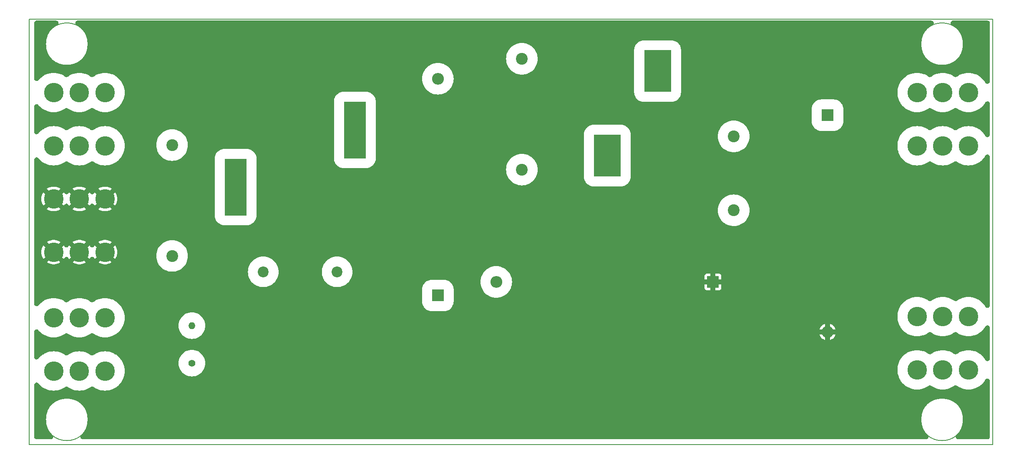
<source format=gbr>
%TF.GenerationSoftware,KiCad,Pcbnew,7.0.7*%
%TF.CreationDate,2023-09-25T16:49:46+02:00*%
%TF.ProjectId,GradientAmplifierFilter_V1,47726164-6965-46e7-9441-6d706c696669,rev?*%
%TF.SameCoordinates,Original*%
%TF.FileFunction,Copper,L2,Inr*%
%TF.FilePolarity,Positive*%
%FSLAX46Y46*%
G04 Gerber Fmt 4.6, Leading zero omitted, Abs format (unit mm)*
G04 Created by KiCad (PCBNEW 7.0.7) date 2023-09-25 16:49:46*
%MOMM*%
%LPD*%
G01*
G04 APERTURE LIST*
%TA.AperFunction,ComponentPad*%
%ADD10R,5.500000X8.500000*%
%TD*%
%TA.AperFunction,ComponentPad*%
%ADD11R,4.500000X11.500000*%
%TD*%
%TA.AperFunction,ComponentPad*%
%ADD12C,3.960000*%
%TD*%
%TA.AperFunction,ComponentPad*%
%ADD13C,2.200000*%
%TD*%
%TA.AperFunction,ComponentPad*%
%ADD14R,2.400000X2.400000*%
%TD*%
%TA.AperFunction,ComponentPad*%
%ADD15O,2.400000X2.400000*%
%TD*%
%TA.AperFunction,ComponentPad*%
%ADD16C,2.400000*%
%TD*%
%TA.AperFunction,ComponentPad*%
%ADD17O,1.400000X1.400000*%
%TD*%
%TA.AperFunction,ComponentPad*%
%ADD18C,1.400000*%
%TD*%
%TA.AperFunction,Profile*%
%ADD19C,0.150000*%
%TD*%
G04 APERTURE END LIST*
D10*
%TO.N,Net-(C2-Pad1)*%
%TO.C,L1*%
X102350000Y-51400000D03*
%TO.N,GradientOut+*%
X112550000Y-34250000D03*
%TD*%
D11*
%TO.N,GradientIn+*%
%TO.C,U2*%
X26900000Y-57800000D03*
%TO.N,GradientOut+*%
X51100000Y-46200000D03*
%TD*%
D12*
%TO.N,GradientIn-*%
%TO.C,J4*%
X165220000Y-94890000D03*
X165220000Y-84090000D03*
X170430000Y-94890000D03*
X170430000Y-84090000D03*
X175640000Y-94890000D03*
X175640000Y-84090000D03*
%TD*%
D13*
%TO.N,GradientIn+*%
%TO.C,C1*%
X32500000Y-75000000D03*
%TO.N,Net-(C1-Pad2)*%
X47500000Y-75000000D03*
%TD*%
D12*
%TO.N,GradientIn+*%
%TO.C,J1*%
X380000Y-38610000D03*
X380000Y-49410000D03*
X-4830000Y-38610000D03*
X-4830000Y-49410000D03*
X-10040000Y-38610000D03*
X-10040000Y-49410000D03*
%TD*%
D14*
%TO.N,Net-(C2-Pad2)*%
%TO.C,R3*%
X147050000Y-43200000D03*
D15*
%TO.N,Earth*%
X147050000Y-87200000D03*
%TD*%
D14*
%TO.N,Net-(C1-Pad2)*%
%TO.C,R1*%
X67950000Y-79800000D03*
D15*
%TO.N,GradientOut+*%
X67950000Y-35800000D03*
%TD*%
D12*
%TO.N,Earth*%
%TO.C,J3*%
X-10040000Y-71000000D03*
X-10040000Y-60200000D03*
X-4830000Y-71000000D03*
X-4830000Y-60200000D03*
X380000Y-71000000D03*
X380000Y-60200000D03*
%TD*%
D14*
%TO.N,Earth*%
%TO.C,R2*%
X123800000Y-77050000D03*
D15*
%TO.N,Net-(C4-Pad2)*%
X79800000Y-77050000D03*
%TD*%
D16*
%TO.N,GradientOut+*%
%TO.C,C4*%
X85000000Y-31750000D03*
%TO.N,Net-(C4-Pad2)*%
X85000000Y-54250000D03*
%TD*%
%TO.N,Net-(C2-Pad1)*%
%TO.C,C2*%
X128000000Y-62500000D03*
%TO.N,Net-(C2-Pad2)*%
X128000000Y-47500000D03*
%TD*%
D12*
%TO.N,GradientOut+*%
%TO.C,J5*%
X165220000Y-49410000D03*
X165220000Y-38610000D03*
X170430000Y-49410000D03*
X170430000Y-38610000D03*
X175640000Y-49410000D03*
X175640000Y-38610000D03*
%TD*%
D16*
%TO.N,GradientIn+*%
%TO.C,C3*%
X14000000Y-49270000D03*
%TO.N,Net-(C3-Pad2)*%
X14000000Y-71770000D03*
%TD*%
D17*
%TO.N,Net-(C3-Pad2)*%
%TO.C,R4*%
X18030000Y-85920000D03*
D18*
%TO.N,GradientIn-*%
X18030000Y-93540000D03*
%TD*%
D12*
%TO.N,GradientIn-*%
%TO.C,J2*%
X380000Y-84330000D03*
X380000Y-95130000D03*
X-4830000Y-84330000D03*
X-4830000Y-95130000D03*
X-10040000Y-84330000D03*
X-10040000Y-95130000D03*
%TD*%
%TA.AperFunction,Conductor*%
%TO.N,Earth*%
G36*
X-9418909Y-24020213D02*
G01*
X-9289714Y-24079214D01*
X-9182375Y-24172224D01*
X-9105588Y-24291708D01*
X-9065573Y-24427985D01*
X-9065573Y-24570015D01*
X-9105588Y-24706292D01*
X-9182375Y-24825776D01*
X-9289714Y-24918786D01*
X-9330835Y-24942527D01*
X-9452400Y-25005198D01*
X-9522692Y-25041436D01*
X-9867365Y-25262943D01*
X-10135964Y-25474173D01*
X-10189422Y-25516213D01*
X-10485948Y-25798950D01*
X-10485952Y-25798955D01*
X-10485955Y-25798958D01*
X-10735234Y-26086642D01*
X-10754255Y-26108593D01*
X-10991914Y-26442337D01*
X-11168536Y-26748256D01*
X-11196775Y-26797167D01*
X-11366969Y-27169841D01*
X-11366974Y-27169853D01*
X-11500979Y-27557035D01*
X-11597573Y-27955202D01*
X-11655882Y-28360748D01*
X-11675377Y-28770000D01*
X-11655882Y-29179252D01*
X-11597573Y-29584798D01*
X-11500979Y-29982965D01*
X-11366974Y-30370147D01*
X-11366969Y-30370157D01*
X-11366969Y-30370158D01*
X-11211786Y-30709963D01*
X-11196772Y-30742838D01*
X-10991914Y-31097663D01*
X-10754255Y-31431407D01*
X-10485948Y-31741050D01*
X-10189422Y-32023787D01*
X-9867364Y-32277057D01*
X-9522688Y-32498566D01*
X-9200180Y-32664830D01*
X-9178378Y-32680355D01*
X-9083889Y-32716185D01*
X-8829228Y-32818136D01*
X-8801440Y-32834180D01*
X-8711241Y-32858741D01*
X-8688313Y-32866190D01*
X-8450984Y-32956186D01*
X-8370871Y-32958775D01*
X-8310342Y-32969113D01*
X-8286782Y-32974320D01*
X-8043886Y-33040459D01*
X-7966282Y-33035495D01*
X-7900693Y-33040260D01*
X-7876751Y-33043167D01*
X-7630376Y-33085246D01*
X-7556113Y-33073246D01*
X-7486028Y-33071551D01*
X-7461906Y-33072134D01*
X-7214621Y-33090097D01*
X-7144254Y-33071643D01*
X-7070299Y-33062664D01*
X-7046243Y-33060916D01*
X-6800275Y-33054968D01*
X-6734390Y-33030710D01*
X-6657434Y-33013703D01*
X-6633657Y-33009642D01*
X-6392649Y-32980378D01*
X-6391680Y-32980399D01*
X-6391668Y-32980396D01*
X-6330338Y-32950839D01*
X-6251195Y-32925123D01*
X-6227917Y-32918785D01*
X-5999174Y-32868236D01*
X-5994732Y-32867903D01*
X-5992450Y-32867162D01*
X-5935759Y-32832763D01*
X-5855354Y-32797735D01*
X-5832792Y-32789178D01*
X-5617708Y-32719295D01*
X-5610104Y-32717979D01*
X-5605969Y-32716178D01*
X-5554259Y-32677544D01*
X-5473697Y-32632746D01*
X-5452076Y-32622057D01*
X-5251776Y-32534801D01*
X-5241309Y-32531926D01*
X-5235717Y-32528817D01*
X-5189318Y-32486621D01*
X-5109763Y-32431709D01*
X-5089274Y-32418982D01*
X-4904692Y-32316341D01*
X-4891775Y-32311409D01*
X-4885192Y-32306865D01*
X-4844296Y-32261762D01*
X-4766897Y-32196463D01*
X-4747731Y-32181817D01*
X-4579691Y-32065828D01*
X-4564757Y-32058404D01*
X-4557568Y-32052338D01*
X-4522313Y-32005009D01*
X-4448339Y-31929224D01*
X-4430673Y-31912794D01*
X-4279777Y-31785485D01*
X-4263303Y-31775202D01*
X-4255877Y-31767595D01*
X-4245236Y-31750000D01*
X81794457Y-31750000D01*
X81814612Y-32108902D01*
X81814614Y-32108920D01*
X81874827Y-32463302D01*
X81874827Y-32463303D01*
X81974338Y-32808717D01*
X81974340Y-32808721D01*
X81974341Y-32808724D01*
X81998545Y-32867158D01*
X82111904Y-33140831D01*
X82196450Y-33293805D01*
X82285789Y-33455452D01*
X82493806Y-33748623D01*
X82733339Y-34016661D01*
X83001377Y-34256194D01*
X83294548Y-34464211D01*
X83511928Y-34584352D01*
X83609168Y-34638095D01*
X83731847Y-34688910D01*
X83941276Y-34775659D01*
X83941280Y-34775660D01*
X83941282Y-34775661D01*
X84286696Y-34875172D01*
X84286697Y-34875172D01*
X84286700Y-34875173D01*
X84449101Y-34902766D01*
X84641079Y-34935385D01*
X84641085Y-34935385D01*
X84641093Y-34935387D01*
X84928218Y-34951511D01*
X84999999Y-34955543D01*
X84999999Y-34955542D01*
X85000000Y-34955543D01*
X85358907Y-34935387D01*
X85358916Y-34935385D01*
X85358920Y-34935385D01*
X85444069Y-34920917D01*
X85713300Y-34875173D01*
X86058724Y-34775659D01*
X86354899Y-34652978D01*
X86390831Y-34638095D01*
X86390833Y-34638094D01*
X86705452Y-34464211D01*
X86998623Y-34256194D01*
X87266661Y-34016661D01*
X87506194Y-33748623D01*
X87714211Y-33455452D01*
X87888094Y-33140833D01*
X88025659Y-32808724D01*
X88125173Y-32463300D01*
X88185387Y-32108907D01*
X88205543Y-31750000D01*
X88203785Y-31718705D01*
X88185387Y-31391097D01*
X88185385Y-31391079D01*
X88143671Y-31145573D01*
X88125173Y-31036700D01*
X88097634Y-30941109D01*
X88025661Y-30691282D01*
X88025660Y-30691280D01*
X88025659Y-30691276D01*
X87903191Y-30395613D01*
X87888095Y-30359168D01*
X87805436Y-30209608D01*
X87714211Y-30044548D01*
X87506194Y-29751377D01*
X87266661Y-29483339D01*
X86998623Y-29243806D01*
X86705452Y-29035789D01*
X86581655Y-28967369D01*
X86390831Y-28861904D01*
X86145471Y-28760273D01*
X86058724Y-28724341D01*
X86058721Y-28724340D01*
X86058717Y-28724338D01*
X85713303Y-28624827D01*
X85358920Y-28564614D01*
X85358902Y-28564612D01*
X85000000Y-28544457D01*
X84641097Y-28564612D01*
X84641079Y-28564614D01*
X84286697Y-28624827D01*
X84286696Y-28624827D01*
X83941282Y-28724338D01*
X83941276Y-28724341D01*
X83609168Y-28861904D01*
X83294548Y-29035789D01*
X83001377Y-29243805D01*
X82733339Y-29483339D01*
X82493805Y-29751377D01*
X82285789Y-30044548D01*
X82111904Y-30359168D01*
X81974341Y-30691276D01*
X81974338Y-30691282D01*
X81874827Y-31036696D01*
X81874827Y-31036697D01*
X81814614Y-31391079D01*
X81814612Y-31391097D01*
X81794457Y-31749999D01*
X81794457Y-31750000D01*
X-4245236Y-31750000D01*
X-4226309Y-31718705D01*
X-4157066Y-31632489D01*
X-4141072Y-31614436D01*
X-4007718Y-31477817D01*
X-3990213Y-31464379D01*
X-3982878Y-31455246D01*
X-3958987Y-31405486D01*
X-3895805Y-31309046D01*
X-3881626Y-31289532D01*
X-3766005Y-31145569D01*
X-3748017Y-31128766D01*
X-3741106Y-31118218D01*
X-3722778Y-31068214D01*
X-3666980Y-30961900D01*
X-3654751Y-30941107D01*
X-3556892Y-30791740D01*
X-3538969Y-30771419D01*
X-3532762Y-30759594D01*
X-3519825Y-30709971D01*
X-3472722Y-30594285D01*
X-3462556Y-30572408D01*
X-3382311Y-30419516D01*
X-3365024Y-30395613D01*
X-3359758Y-30382680D01*
X-3351973Y-30334047D01*
X-3314840Y-30209608D01*
X-3306833Y-30186852D01*
X-3243900Y-30032283D01*
X-3227815Y-30004796D01*
X-3223683Y-29990949D01*
X-3220739Y-29943854D01*
X-3194829Y-29811506D01*
X-3189056Y-29788086D01*
X-3142946Y-29633563D01*
X-3128625Y-29602564D01*
X-3125779Y-29588028D01*
X-3127306Y-29542975D01*
X-3113799Y-29403674D01*
X-3110313Y-29379804D01*
X-3073097Y-29189710D01*
X-3081216Y-29120954D01*
X-3080810Y-29109815D01*
X-3076758Y-29024794D01*
X-3075877Y-29012595D01*
X-3071493Y-28967369D01*
X-3056833Y-28816171D01*
X-3047686Y-28778706D01*
X-3047686Y-28763524D01*
X-3056833Y-28723825D01*
X-3075876Y-28527422D01*
X-3076758Y-28515214D01*
X-3080810Y-28430179D01*
X-3073154Y-28349998D01*
X-3110313Y-28160192D01*
X-3113799Y-28136322D01*
X-3127306Y-27997022D01*
X-3125331Y-27954259D01*
X-3128222Y-27939490D01*
X-3142944Y-27906440D01*
X-3189056Y-27751914D01*
X-3194829Y-27728491D01*
X-3220740Y-27596142D01*
X-3223006Y-27551317D01*
X-3227241Y-27537125D01*
X-3243901Y-27507713D01*
X-3306834Y-27353144D01*
X-3314840Y-27330390D01*
X-3351974Y-27205949D01*
X-3358855Y-27159537D01*
X-3364302Y-27146157D01*
X-3382312Y-27120481D01*
X-3462557Y-26967587D01*
X-3472723Y-26945711D01*
X-3519826Y-26830022D01*
X-3531637Y-26782549D01*
X-3538133Y-26770173D01*
X-3556892Y-26748258D01*
X-3654753Y-26598885D01*
X-3666982Y-26578093D01*
X-3722780Y-26471780D01*
X-3739777Y-26423808D01*
X-3747095Y-26412639D01*
X-3766003Y-26394432D01*
X-3881625Y-26250469D01*
X-3895804Y-26230953D01*
X-3958990Y-26134506D01*
X-3981358Y-26086644D01*
X-3989242Y-26076827D01*
X-4007714Y-26062185D01*
X-4141074Y-25925561D01*
X-4157070Y-25907505D01*
X-4226316Y-25821285D01*
X-4254182Y-25774141D01*
X-4262329Y-25765795D01*
X-4279775Y-25754515D01*
X-4430671Y-25627206D01*
X-4448337Y-25610777D01*
X-4522318Y-25534984D01*
X-4555723Y-25489216D01*
X-4563814Y-25482390D01*
X-4579689Y-25474173D01*
X-4747737Y-25358177D01*
X-4766903Y-25343531D01*
X-4844304Y-25278230D01*
X-4883226Y-25234489D01*
X-4890920Y-25229178D01*
X-4904685Y-25223659D01*
X-5089272Y-25121018D01*
X-5109764Y-25108289D01*
X-5189329Y-25053369D01*
X-5233649Y-25012331D01*
X-5240572Y-25008481D01*
X-5251771Y-25005200D01*
X-5363616Y-24956478D01*
X-5484430Y-24881801D01*
X-5579311Y-24776112D01*
X-5640573Y-24647973D01*
X-5663252Y-24507765D01*
X-5645512Y-24366848D01*
X-5588789Y-24236636D01*
X-5497679Y-24127679D01*
X-5379562Y-24048805D01*
X-5244009Y-24006403D01*
X-5164329Y-24000000D01*
X168110505Y-24000000D01*
X168251090Y-24020213D01*
X168380285Y-24079214D01*
X168487624Y-24172224D01*
X168564411Y-24291708D01*
X168604426Y-24427985D01*
X168604426Y-24570015D01*
X168564411Y-24706292D01*
X168487624Y-24825776D01*
X168380285Y-24918786D01*
X168339161Y-24942528D01*
X168147313Y-25041432D01*
X168147310Y-25041434D01*
X167802634Y-25262943D01*
X167480577Y-25516213D01*
X167184047Y-25798955D01*
X167184044Y-25798958D01*
X166915749Y-26108587D01*
X166915741Y-26108597D01*
X166814715Y-26250469D01*
X166678086Y-26442337D01*
X166661084Y-26471786D01*
X166473224Y-26797167D01*
X166303030Y-27169841D01*
X166303025Y-27169854D01*
X166169024Y-27557024D01*
X166169014Y-27557060D01*
X166072428Y-27955196D01*
X166072427Y-27955198D01*
X166014117Y-28360754D01*
X165994623Y-28770000D01*
X166014117Y-29179245D01*
X166072427Y-29584801D01*
X166072428Y-29584803D01*
X166169014Y-29982939D01*
X166169024Y-29982975D01*
X166303025Y-30370145D01*
X166303030Y-30370158D01*
X166473224Y-30742832D01*
X166501464Y-30791745D01*
X166678086Y-31097663D01*
X166712203Y-31145573D01*
X166915741Y-31431402D01*
X166915749Y-31431412D01*
X166944315Y-31464379D01*
X167184052Y-31741050D01*
X167480578Y-32023787D01*
X167524597Y-32058404D01*
X167802634Y-32277056D01*
X168147310Y-32498565D01*
X168147313Y-32498567D01*
X168333314Y-32594457D01*
X168407584Y-32632746D01*
X168469823Y-32664832D01*
X168491624Y-32680356D01*
X168586126Y-32716192D01*
X168840772Y-32818137D01*
X168868560Y-32834180D01*
X168958754Y-32858740D01*
X168981681Y-32866189D01*
X169218995Y-32956180D01*
X169299100Y-32958770D01*
X169359659Y-32969114D01*
X169383217Y-32974320D01*
X169626111Y-33040459D01*
X169703702Y-33035495D01*
X169769312Y-33040261D01*
X169793256Y-33043168D01*
X170039625Y-33085246D01*
X170113883Y-33073246D01*
X170183975Y-33071551D01*
X170208095Y-33072134D01*
X170455381Y-33090097D01*
X170525743Y-33071643D01*
X170599697Y-33062664D01*
X170623753Y-33060916D01*
X170869731Y-33054968D01*
X170935613Y-33030709D01*
X171012575Y-33013702D01*
X171036349Y-33009641D01*
X171277345Y-32980378D01*
X171278314Y-32980399D01*
X171278337Y-32980394D01*
X171339664Y-32950837D01*
X171418804Y-32925123D01*
X171442081Y-32918785D01*
X171670821Y-32868237D01*
X171675259Y-32867904D01*
X171677557Y-32867158D01*
X171734248Y-32832758D01*
X171814649Y-32797733D01*
X171837207Y-32789178D01*
X172052284Y-32719296D01*
X172059891Y-32717979D01*
X172064042Y-32716170D01*
X172115740Y-32677543D01*
X172196303Y-32632745D01*
X172217925Y-32622055D01*
X172418220Y-32534802D01*
X172428688Y-32531926D01*
X172434287Y-32528813D01*
X172480684Y-32486619D01*
X172560240Y-32431705D01*
X172580732Y-32418977D01*
X172765307Y-32316342D01*
X172778221Y-32311411D01*
X172784806Y-32306866D01*
X172825705Y-32261760D01*
X172903096Y-32196466D01*
X172922264Y-32181819D01*
X173090306Y-32065829D01*
X173105239Y-32058405D01*
X173112434Y-32052334D01*
X173147689Y-32005005D01*
X173221660Y-31929223D01*
X173239326Y-31912793D01*
X173390217Y-31785488D01*
X173406692Y-31775204D01*
X173414127Y-31767587D01*
X173443691Y-31718702D01*
X173512935Y-31632484D01*
X173528931Y-31614429D01*
X173662280Y-31477817D01*
X173679783Y-31464380D01*
X173687124Y-31455240D01*
X173711013Y-31405483D01*
X173774192Y-31309048D01*
X173788372Y-31289532D01*
X173903990Y-31145573D01*
X173921979Y-31128768D01*
X173928892Y-31118216D01*
X173947223Y-31068207D01*
X174003018Y-30961900D01*
X174015246Y-30941109D01*
X174113102Y-30791745D01*
X174131026Y-30771422D01*
X174137239Y-30759583D01*
X174150176Y-30709963D01*
X174197276Y-30594286D01*
X174207441Y-30572410D01*
X174287685Y-30419521D01*
X174304972Y-30395616D01*
X174310241Y-30382676D01*
X174318027Y-30334041D01*
X174355156Y-30209614D01*
X174363163Y-30186858D01*
X174426096Y-30032289D01*
X174442184Y-30004797D01*
X174446315Y-29990953D01*
X174449260Y-29943847D01*
X174475170Y-29811504D01*
X174480943Y-29788082D01*
X174527052Y-29633565D01*
X174541372Y-29602567D01*
X174544220Y-29588020D01*
X174542694Y-29542970D01*
X174556201Y-29403667D01*
X174559687Y-29379797D01*
X174596901Y-29189706D01*
X174588783Y-29120950D01*
X174589186Y-29109875D01*
X174593239Y-29024788D01*
X174594119Y-29012621D01*
X174597489Y-28977869D01*
X174597489Y-28977860D01*
X174597823Y-28974417D01*
X174597826Y-28974383D01*
X174613165Y-28816180D01*
X174622313Y-28778709D01*
X174622313Y-28763520D01*
X174613165Y-28723817D01*
X174597489Y-28562139D01*
X174597489Y-28562131D01*
X174594118Y-28527375D01*
X174593239Y-28515198D01*
X174589189Y-28430177D01*
X174596845Y-28350005D01*
X174559686Y-28160201D01*
X174556200Y-28136330D01*
X174542693Y-27997027D01*
X174544667Y-27954260D01*
X174541775Y-27939489D01*
X174527051Y-27906433D01*
X174480942Y-27751915D01*
X174475169Y-27728493D01*
X174449260Y-27596148D01*
X174446993Y-27551317D01*
X174442758Y-27537126D01*
X174426097Y-27507710D01*
X174363165Y-27353144D01*
X174355158Y-27330389D01*
X174318027Y-27205956D01*
X174311144Y-27159540D01*
X174305696Y-27146158D01*
X174287685Y-27120477D01*
X174207441Y-26967589D01*
X174197276Y-26945712D01*
X174150175Y-26830030D01*
X174138361Y-26782551D01*
X174131867Y-26770178D01*
X174113104Y-26748256D01*
X174015249Y-26598894D01*
X174003020Y-26578102D01*
X173947221Y-26471786D01*
X173930222Y-26423810D01*
X173922904Y-26412642D01*
X173903993Y-26394429D01*
X173788369Y-26250464D01*
X173774190Y-26230948D01*
X173711010Y-26134512D01*
X173688638Y-26086642D01*
X173680755Y-26076827D01*
X173662280Y-26062182D01*
X173528933Y-25925571D01*
X173512938Y-25907516D01*
X173443687Y-25821289D01*
X173415820Y-25774145D01*
X173407670Y-25765795D01*
X173390220Y-25754512D01*
X173239321Y-25627201D01*
X173221656Y-25610772D01*
X173147686Y-25534992D01*
X173114274Y-25489215D01*
X173106180Y-25482387D01*
X173090308Y-25474171D01*
X172922263Y-25358178D01*
X172903095Y-25343531D01*
X172825698Y-25278232D01*
X172786777Y-25234493D01*
X172779078Y-25229178D01*
X172765311Y-25223658D01*
X172580726Y-25121018D01*
X172560235Y-25108289D01*
X172480674Y-25053373D01*
X172436350Y-25012332D01*
X172429426Y-25008482D01*
X172418224Y-25005198D01*
X172306382Y-24956477D01*
X172185569Y-24881800D01*
X172090688Y-24776111D01*
X172029426Y-24647972D01*
X172006747Y-24507764D01*
X172024488Y-24366846D01*
X172081211Y-24236635D01*
X172172321Y-24127679D01*
X172290438Y-24048804D01*
X172425991Y-24006403D01*
X172505670Y-24000000D01*
X179501000Y-24000000D01*
X179641585Y-24020213D01*
X179770780Y-24079214D01*
X179878119Y-24172224D01*
X179954906Y-24291708D01*
X179994921Y-24427985D01*
X180000000Y-24499000D01*
X180000000Y-36338451D01*
X179979787Y-36479036D01*
X179920786Y-36608231D01*
X179827776Y-36715570D01*
X179708292Y-36792357D01*
X179572015Y-36832372D01*
X179429985Y-36832372D01*
X179293708Y-36792357D01*
X179174224Y-36715570D01*
X179081214Y-36608231D01*
X179072994Y-36594989D01*
X178953656Y-36395886D01*
X178720683Y-36081756D01*
X178458033Y-35791967D01*
X178458032Y-35791966D01*
X178168243Y-35529316D01*
X177854116Y-35296345D01*
X177742878Y-35229671D01*
X177518657Y-35095279D01*
X177165108Y-34928063D01*
X177165104Y-34928061D01*
X177165103Y-34928061D01*
X176984946Y-34863600D01*
X176796872Y-34796306D01*
X176796869Y-34796305D01*
X176796863Y-34796303D01*
X176417507Y-34701279D01*
X176417479Y-34701273D01*
X176030631Y-34643890D01*
X176030632Y-34643890D01*
X175640000Y-34624700D01*
X175249367Y-34643890D01*
X174862520Y-34701273D01*
X174862492Y-34701279D01*
X174483136Y-34796303D01*
X174483135Y-34796303D01*
X174114896Y-34928061D01*
X173761341Y-35095280D01*
X173425887Y-35296343D01*
X173332251Y-35365788D01*
X173207291Y-35433298D01*
X173068373Y-35462868D01*
X172926752Y-35452102D01*
X172793900Y-35401874D01*
X172737749Y-35365788D01*
X172705462Y-35341842D01*
X172644114Y-35296344D01*
X172308657Y-35095279D01*
X171955108Y-34928063D01*
X171955104Y-34928061D01*
X171955103Y-34928061D01*
X171774946Y-34863600D01*
X171586872Y-34796306D01*
X171586869Y-34796305D01*
X171586863Y-34796303D01*
X171207507Y-34701279D01*
X171207479Y-34701273D01*
X170820631Y-34643890D01*
X170820632Y-34643890D01*
X170430000Y-34624700D01*
X170039367Y-34643890D01*
X169652520Y-34701273D01*
X169652492Y-34701279D01*
X169273136Y-34796303D01*
X169273135Y-34796303D01*
X168904896Y-34928061D01*
X168551341Y-35095280D01*
X168215887Y-35296343D01*
X168122251Y-35365788D01*
X167997291Y-35433298D01*
X167858373Y-35462868D01*
X167716752Y-35452102D01*
X167583900Y-35401874D01*
X167527749Y-35365788D01*
X167495462Y-35341842D01*
X167434114Y-35296344D01*
X167098657Y-35095279D01*
X166745108Y-34928063D01*
X166745104Y-34928061D01*
X166745103Y-34928061D01*
X166564946Y-34863600D01*
X166376872Y-34796306D01*
X166376869Y-34796305D01*
X166376863Y-34796303D01*
X165997507Y-34701279D01*
X165997479Y-34701273D01*
X165610631Y-34643890D01*
X165610632Y-34643890D01*
X165220000Y-34624700D01*
X164829367Y-34643890D01*
X164442520Y-34701273D01*
X164442492Y-34701279D01*
X164063136Y-34796303D01*
X164063135Y-34796303D01*
X163694896Y-34928061D01*
X163341341Y-35095280D01*
X163005883Y-35296345D01*
X162691756Y-35529316D01*
X162401967Y-35791966D01*
X162401966Y-35791967D01*
X162139316Y-36081756D01*
X161906345Y-36395883D01*
X161705280Y-36731341D01*
X161538061Y-37084896D01*
X161406303Y-37453135D01*
X161406303Y-37453136D01*
X161311279Y-37832492D01*
X161311273Y-37832520D01*
X161253890Y-38219367D01*
X161234700Y-38609999D01*
X161253890Y-39000632D01*
X161311273Y-39387479D01*
X161311279Y-39387507D01*
X161406303Y-39766863D01*
X161406303Y-39766864D01*
X161495017Y-40014804D01*
X161538063Y-40135108D01*
X161705279Y-40488657D01*
X161823924Y-40686605D01*
X161906345Y-40824116D01*
X162139316Y-41138243D01*
X162401966Y-41428032D01*
X162401967Y-41428033D01*
X162691756Y-41690683D01*
X162912255Y-41854215D01*
X163005886Y-41923656D01*
X163341343Y-42124721D01*
X163694892Y-42291937D01*
X164063128Y-42423694D01*
X164442507Y-42518724D01*
X164829372Y-42576110D01*
X165220000Y-42595300D01*
X165610628Y-42576110D01*
X165997493Y-42518724D01*
X166376872Y-42423694D01*
X166745108Y-42291937D01*
X167098657Y-42124721D01*
X167434114Y-41923656D01*
X167527750Y-41854210D01*
X167652706Y-41786702D01*
X167791623Y-41757131D01*
X167933245Y-41767896D01*
X168066097Y-41818124D01*
X168122244Y-41854206D01*
X168215886Y-41923656D01*
X168551343Y-42124721D01*
X168904892Y-42291937D01*
X169273128Y-42423694D01*
X169652507Y-42518724D01*
X170039372Y-42576110D01*
X170430000Y-42595300D01*
X170820628Y-42576110D01*
X171207493Y-42518724D01*
X171586872Y-42423694D01*
X171955108Y-42291937D01*
X172308657Y-42124721D01*
X172644114Y-41923656D01*
X172737750Y-41854210D01*
X172862706Y-41786702D01*
X173001623Y-41757131D01*
X173143245Y-41767896D01*
X173276097Y-41818124D01*
X173332244Y-41854206D01*
X173425886Y-41923656D01*
X173761343Y-42124721D01*
X174114892Y-42291937D01*
X174483128Y-42423694D01*
X174862507Y-42518724D01*
X175249372Y-42576110D01*
X175640000Y-42595300D01*
X176030628Y-42576110D01*
X176417493Y-42518724D01*
X176796872Y-42423694D01*
X177165108Y-42291937D01*
X177518657Y-42124721D01*
X177854114Y-41923656D01*
X178168248Y-41690679D01*
X178458033Y-41428033D01*
X178720679Y-41138248D01*
X178726833Y-41129951D01*
X178885741Y-40915687D01*
X178953656Y-40824114D01*
X179072995Y-40625008D01*
X179162605Y-40514819D01*
X179279632Y-40434338D01*
X179414593Y-40390086D01*
X179556553Y-40385650D01*
X179694014Y-40421389D01*
X179815837Y-40494407D01*
X179912154Y-40598788D01*
X179975162Y-40726078D01*
X179999757Y-40865962D01*
X180000000Y-40881548D01*
X180000000Y-47138451D01*
X179979787Y-47279036D01*
X179920786Y-47408231D01*
X179827776Y-47515570D01*
X179708292Y-47592357D01*
X179572015Y-47632372D01*
X179429985Y-47632372D01*
X179293708Y-47592357D01*
X179174224Y-47515570D01*
X179081214Y-47408231D01*
X179072994Y-47394989D01*
X178953656Y-47195886D01*
X178720683Y-46881756D01*
X178458033Y-46591967D01*
X178458032Y-46591966D01*
X178168243Y-46329316D01*
X177854116Y-46096345D01*
X177742878Y-46029672D01*
X177518657Y-45895279D01*
X177165108Y-45728063D01*
X177165104Y-45728061D01*
X177165103Y-45728061D01*
X176902949Y-45634261D01*
X176796872Y-45596306D01*
X176796869Y-45596305D01*
X176796863Y-45596303D01*
X176417507Y-45501279D01*
X176417479Y-45501273D01*
X176030631Y-45443890D01*
X176030632Y-45443890D01*
X175640000Y-45424700D01*
X175249367Y-45443890D01*
X174862520Y-45501273D01*
X174862492Y-45501279D01*
X174483136Y-45596303D01*
X174483135Y-45596303D01*
X174114896Y-45728061D01*
X173761341Y-45895280D01*
X173425887Y-46096343D01*
X173332251Y-46165788D01*
X173207291Y-46233298D01*
X173068373Y-46262868D01*
X172926752Y-46252102D01*
X172793900Y-46201874D01*
X172737749Y-46165788D01*
X172661405Y-46109168D01*
X172644114Y-46096344D01*
X172308657Y-45895279D01*
X171955108Y-45728063D01*
X171955104Y-45728061D01*
X171955103Y-45728061D01*
X171692949Y-45634261D01*
X171586872Y-45596306D01*
X171586869Y-45596305D01*
X171586863Y-45596303D01*
X171207507Y-45501279D01*
X171207479Y-45501273D01*
X170820631Y-45443890D01*
X170820632Y-45443890D01*
X170430000Y-45424700D01*
X170039367Y-45443890D01*
X169652520Y-45501273D01*
X169652492Y-45501279D01*
X169273136Y-45596303D01*
X169273135Y-45596303D01*
X168904896Y-45728061D01*
X168551341Y-45895280D01*
X168215887Y-46096343D01*
X168122251Y-46165788D01*
X167997291Y-46233298D01*
X167858373Y-46262868D01*
X167716752Y-46252102D01*
X167583900Y-46201874D01*
X167527749Y-46165788D01*
X167451405Y-46109168D01*
X167434114Y-46096344D01*
X167098657Y-45895279D01*
X166745108Y-45728063D01*
X166745104Y-45728061D01*
X166745103Y-45728061D01*
X166482949Y-45634261D01*
X166376872Y-45596306D01*
X166376869Y-45596305D01*
X166376863Y-45596303D01*
X165997507Y-45501279D01*
X165997479Y-45501273D01*
X165610631Y-45443890D01*
X165610632Y-45443890D01*
X165220000Y-45424700D01*
X164829367Y-45443890D01*
X164442520Y-45501273D01*
X164442492Y-45501279D01*
X164063136Y-45596303D01*
X164063135Y-45596303D01*
X163694896Y-45728061D01*
X163341341Y-45895280D01*
X163005883Y-46096345D01*
X162691756Y-46329316D01*
X162401967Y-46591966D01*
X162401966Y-46591967D01*
X162139316Y-46881756D01*
X161906345Y-47195883D01*
X161705280Y-47531341D01*
X161538061Y-47884896D01*
X161406303Y-48253135D01*
X161406303Y-48253136D01*
X161311279Y-48632492D01*
X161311273Y-48632520D01*
X161253890Y-49019367D01*
X161234700Y-49410000D01*
X161253890Y-49800632D01*
X161311273Y-50187479D01*
X161311279Y-50187507D01*
X161406303Y-50566863D01*
X161406303Y-50566864D01*
X161448710Y-50685385D01*
X161538063Y-50935108D01*
X161705279Y-51288657D01*
X161822935Y-51484954D01*
X161906345Y-51624116D01*
X162139316Y-51938243D01*
X162401966Y-52228032D01*
X162401967Y-52228033D01*
X162691756Y-52490683D01*
X162912255Y-52654215D01*
X163005886Y-52723656D01*
X163341343Y-52924721D01*
X163694892Y-53091937D01*
X164063128Y-53223694D01*
X164442507Y-53318724D01*
X164829372Y-53376110D01*
X165220000Y-53395300D01*
X165610628Y-53376110D01*
X165997493Y-53318724D01*
X166376872Y-53223694D01*
X166745108Y-53091937D01*
X167098657Y-52924721D01*
X167434114Y-52723656D01*
X167527750Y-52654210D01*
X167652706Y-52586702D01*
X167791623Y-52557131D01*
X167933245Y-52567896D01*
X168066097Y-52618124D01*
X168122244Y-52654206D01*
X168215886Y-52723656D01*
X168551343Y-52924721D01*
X168904892Y-53091937D01*
X169273128Y-53223694D01*
X169652507Y-53318724D01*
X170039372Y-53376110D01*
X170430000Y-53395300D01*
X170820628Y-53376110D01*
X171207493Y-53318724D01*
X171586872Y-53223694D01*
X171955108Y-53091937D01*
X172308657Y-52924721D01*
X172644114Y-52723656D01*
X172737750Y-52654210D01*
X172862706Y-52586702D01*
X173001623Y-52557131D01*
X173143245Y-52567896D01*
X173276097Y-52618124D01*
X173332244Y-52654206D01*
X173425886Y-52723656D01*
X173761343Y-52924721D01*
X174114892Y-53091937D01*
X174483128Y-53223694D01*
X174862507Y-53318724D01*
X175249372Y-53376110D01*
X175640000Y-53395300D01*
X176030628Y-53376110D01*
X176417493Y-53318724D01*
X176796872Y-53223694D01*
X177165108Y-53091937D01*
X177518657Y-52924721D01*
X177854114Y-52723656D01*
X178168248Y-52490679D01*
X178458033Y-52228033D01*
X178720679Y-51938248D01*
X178726833Y-51929951D01*
X178847327Y-51767482D01*
X178953656Y-51624114D01*
X179072995Y-51425008D01*
X179162605Y-51314819D01*
X179279632Y-51234338D01*
X179414593Y-51190086D01*
X179556553Y-51185650D01*
X179694014Y-51221389D01*
X179815837Y-51294407D01*
X179912154Y-51398788D01*
X179975162Y-51526078D01*
X179999757Y-51665962D01*
X180000000Y-51681548D01*
X180000000Y-81818451D01*
X179979787Y-81959036D01*
X179920786Y-82088231D01*
X179827776Y-82195570D01*
X179708292Y-82272357D01*
X179572015Y-82312372D01*
X179429985Y-82312372D01*
X179293708Y-82272357D01*
X179174224Y-82195570D01*
X179081214Y-82088231D01*
X179072994Y-82074989D01*
X178953656Y-81875886D01*
X178720683Y-81561756D01*
X178458033Y-81271967D01*
X178458032Y-81271966D01*
X178168243Y-81009316D01*
X177854116Y-80776345D01*
X177640090Y-80648063D01*
X177518657Y-80575279D01*
X177165108Y-80408063D01*
X177165104Y-80408061D01*
X177165103Y-80408061D01*
X176984946Y-80343600D01*
X176796872Y-80276306D01*
X176796869Y-80276305D01*
X176796863Y-80276303D01*
X176417507Y-80181279D01*
X176417479Y-80181273D01*
X176030631Y-80123890D01*
X176030632Y-80123890D01*
X175640000Y-80104700D01*
X175249367Y-80123890D01*
X174862520Y-80181273D01*
X174862492Y-80181279D01*
X174483136Y-80276303D01*
X174483135Y-80276303D01*
X174114896Y-80408061D01*
X173761341Y-80575280D01*
X173425887Y-80776343D01*
X173332251Y-80845788D01*
X173207291Y-80913298D01*
X173068373Y-80942868D01*
X172926752Y-80932102D01*
X172793900Y-80881874D01*
X172737749Y-80845788D01*
X172696612Y-80815279D01*
X172644114Y-80776344D01*
X172308657Y-80575279D01*
X171955108Y-80408063D01*
X171955104Y-80408061D01*
X171955103Y-80408061D01*
X171774946Y-80343600D01*
X171586872Y-80276306D01*
X171586869Y-80276305D01*
X171586863Y-80276303D01*
X171207507Y-80181279D01*
X171207479Y-80181273D01*
X170820631Y-80123890D01*
X170820632Y-80123890D01*
X170430000Y-80104700D01*
X170039367Y-80123890D01*
X169652520Y-80181273D01*
X169652492Y-80181279D01*
X169273136Y-80276303D01*
X169273135Y-80276303D01*
X168904896Y-80408061D01*
X168551341Y-80575280D01*
X168215883Y-80776346D01*
X168122248Y-80845789D01*
X167997288Y-80913298D01*
X167858370Y-80942868D01*
X167716749Y-80932102D01*
X167583897Y-80881873D01*
X167527746Y-80845786D01*
X167434116Y-80776345D01*
X167220090Y-80648063D01*
X167098657Y-80575279D01*
X166745108Y-80408063D01*
X166745104Y-80408061D01*
X166745103Y-80408061D01*
X166564946Y-80343600D01*
X166376872Y-80276306D01*
X166376869Y-80276305D01*
X166376863Y-80276303D01*
X165997507Y-80181279D01*
X165997479Y-80181273D01*
X165610631Y-80123890D01*
X165610632Y-80123890D01*
X165220000Y-80104700D01*
X164829367Y-80123890D01*
X164442520Y-80181273D01*
X164442492Y-80181279D01*
X164063136Y-80276303D01*
X164063135Y-80276303D01*
X163694896Y-80408061D01*
X163341341Y-80575280D01*
X163005883Y-80776345D01*
X162691756Y-81009316D01*
X162401967Y-81271966D01*
X162401966Y-81271967D01*
X162139316Y-81561756D01*
X161906345Y-81875883D01*
X161705280Y-82211341D01*
X161538061Y-82564896D01*
X161406303Y-82933135D01*
X161406303Y-82933136D01*
X161311279Y-83312492D01*
X161311273Y-83312520D01*
X161253890Y-83699367D01*
X161234700Y-84089999D01*
X161253890Y-84480632D01*
X161311273Y-84867479D01*
X161311279Y-84867507D01*
X161406303Y-85246863D01*
X161406303Y-85246864D01*
X161537336Y-85613078D01*
X161538063Y-85615108D01*
X161705279Y-85968657D01*
X161827167Y-86172015D01*
X161906345Y-86304116D01*
X162139316Y-86618243D01*
X162401966Y-86908032D01*
X162401967Y-86908033D01*
X162691756Y-87170683D01*
X163005883Y-87403654D01*
X163005886Y-87403656D01*
X163341343Y-87604721D01*
X163694892Y-87771937D01*
X164063128Y-87903694D01*
X164442507Y-87998724D01*
X164829372Y-88056110D01*
X165220000Y-88075300D01*
X165610628Y-88056110D01*
X165997493Y-87998724D01*
X166376872Y-87903694D01*
X166745108Y-87771937D01*
X167098657Y-87604721D01*
X167434114Y-87403656D01*
X167527748Y-87334211D01*
X167652703Y-87266703D01*
X167791620Y-87237132D01*
X167933242Y-87247895D01*
X168066094Y-87298123D01*
X168122251Y-87334212D01*
X168152480Y-87356631D01*
X168215886Y-87403656D01*
X168551343Y-87604721D01*
X168904892Y-87771937D01*
X169273128Y-87903694D01*
X169652507Y-87998724D01*
X170039372Y-88056110D01*
X170430000Y-88075300D01*
X170820628Y-88056110D01*
X171207493Y-87998724D01*
X171586872Y-87903694D01*
X171955108Y-87771937D01*
X172308657Y-87604721D01*
X172644114Y-87403656D01*
X172737748Y-87334211D01*
X172862703Y-87266703D01*
X173001620Y-87237132D01*
X173143242Y-87247895D01*
X173276094Y-87298123D01*
X173332251Y-87334212D01*
X173362480Y-87356631D01*
X173425886Y-87403656D01*
X173761343Y-87604721D01*
X174114892Y-87771937D01*
X174483128Y-87903694D01*
X174862507Y-87998724D01*
X175249372Y-88056110D01*
X175640000Y-88075300D01*
X176030628Y-88056110D01*
X176417493Y-87998724D01*
X176796872Y-87903694D01*
X177165108Y-87771937D01*
X177518657Y-87604721D01*
X177854114Y-87403656D01*
X178128713Y-87200000D01*
X178168243Y-87170683D01*
X178168244Y-87170681D01*
X178168248Y-87170679D01*
X178458033Y-86908033D01*
X178720679Y-86618248D01*
X178737980Y-86594921D01*
X178950557Y-86308292D01*
X178953656Y-86304114D01*
X179072995Y-86105008D01*
X179162605Y-85994819D01*
X179279632Y-85914338D01*
X179414593Y-85870086D01*
X179556553Y-85865650D01*
X179694014Y-85901389D01*
X179815837Y-85974407D01*
X179912154Y-86078788D01*
X179975162Y-86206078D01*
X179999757Y-86345962D01*
X180000000Y-86361548D01*
X180000000Y-92618451D01*
X179979787Y-92759036D01*
X179920786Y-92888231D01*
X179827776Y-92995570D01*
X179708292Y-93072357D01*
X179572015Y-93112372D01*
X179429985Y-93112372D01*
X179293708Y-93072357D01*
X179174224Y-92995570D01*
X179081214Y-92888231D01*
X179072994Y-92874989D01*
X178953656Y-92675886D01*
X178720683Y-92361756D01*
X178458033Y-92071967D01*
X178458032Y-92071966D01*
X178168243Y-91809316D01*
X177854116Y-91576345D01*
X177640090Y-91448063D01*
X177518657Y-91375279D01*
X177165108Y-91208063D01*
X177165104Y-91208061D01*
X177165103Y-91208061D01*
X176984946Y-91143600D01*
X176796872Y-91076306D01*
X176796869Y-91076305D01*
X176796863Y-91076303D01*
X176417507Y-90981279D01*
X176417479Y-90981273D01*
X176030631Y-90923890D01*
X176030632Y-90923890D01*
X175640000Y-90904700D01*
X175249367Y-90923890D01*
X174862520Y-90981273D01*
X174862492Y-90981279D01*
X174483136Y-91076303D01*
X174483135Y-91076303D01*
X174114896Y-91208061D01*
X173761341Y-91375280D01*
X173425887Y-91576343D01*
X173332251Y-91645788D01*
X173207291Y-91713298D01*
X173068373Y-91742868D01*
X172926752Y-91732102D01*
X172793900Y-91681874D01*
X172737749Y-91645788D01*
X172696612Y-91615279D01*
X172644114Y-91576344D01*
X172308657Y-91375279D01*
X171955108Y-91208063D01*
X171955104Y-91208061D01*
X171955103Y-91208061D01*
X171774946Y-91143600D01*
X171586872Y-91076306D01*
X171586869Y-91076305D01*
X171586863Y-91076303D01*
X171207507Y-90981279D01*
X171207479Y-90981273D01*
X170820631Y-90923890D01*
X170820632Y-90923890D01*
X170430000Y-90904700D01*
X170039367Y-90923890D01*
X169652520Y-90981273D01*
X169652492Y-90981279D01*
X169273136Y-91076303D01*
X169273135Y-91076303D01*
X168904896Y-91208061D01*
X168904891Y-91208063D01*
X168904892Y-91208063D01*
X168551343Y-91375279D01*
X168318313Y-91514952D01*
X168215883Y-91576346D01*
X168122248Y-91645789D01*
X167997288Y-91713298D01*
X167858370Y-91742868D01*
X167716749Y-91732102D01*
X167583897Y-91681873D01*
X167527746Y-91645786D01*
X167434116Y-91576345D01*
X167220090Y-91448063D01*
X167098657Y-91375279D01*
X166745108Y-91208063D01*
X166745104Y-91208061D01*
X166745103Y-91208061D01*
X166564946Y-91143600D01*
X166376872Y-91076306D01*
X166376869Y-91076305D01*
X166376863Y-91076303D01*
X165997507Y-90981279D01*
X165997479Y-90981273D01*
X165610631Y-90923890D01*
X165610632Y-90923890D01*
X165220000Y-90904700D01*
X164829367Y-90923890D01*
X164442520Y-90981273D01*
X164442492Y-90981279D01*
X164063136Y-91076303D01*
X164063135Y-91076303D01*
X163694896Y-91208061D01*
X163341341Y-91375280D01*
X163005883Y-91576345D01*
X162691756Y-91809316D01*
X162401967Y-92071966D01*
X162401966Y-92071967D01*
X162139316Y-92361756D01*
X161906345Y-92675883D01*
X161705280Y-93011341D01*
X161538061Y-93364896D01*
X161406303Y-93733135D01*
X161406303Y-93733136D01*
X161311279Y-94112492D01*
X161311273Y-94112520D01*
X161253890Y-94499367D01*
X161234700Y-94890000D01*
X161253890Y-95280632D01*
X161311273Y-95667479D01*
X161311279Y-95667507D01*
X161406303Y-96046863D01*
X161406303Y-96046864D01*
X161492176Y-96286864D01*
X161538063Y-96415108D01*
X161705279Y-96768657D01*
X161839671Y-96992878D01*
X161906345Y-97104116D01*
X162139316Y-97418243D01*
X162401966Y-97708032D01*
X162401967Y-97708033D01*
X162691756Y-97970683D01*
X163005883Y-98203654D01*
X163005886Y-98203656D01*
X163341343Y-98404721D01*
X163694892Y-98571937D01*
X164063128Y-98703694D01*
X164442507Y-98798724D01*
X164829372Y-98856110D01*
X165220000Y-98875300D01*
X165610628Y-98856110D01*
X165997493Y-98798724D01*
X166376872Y-98703694D01*
X166745108Y-98571937D01*
X167098657Y-98404721D01*
X167434114Y-98203656D01*
X167527748Y-98134211D01*
X167652703Y-98066703D01*
X167791620Y-98037132D01*
X167933242Y-98047895D01*
X168066094Y-98098123D01*
X168122251Y-98134212D01*
X168168702Y-98168662D01*
X168215886Y-98203656D01*
X168551343Y-98404721D01*
X168904892Y-98571937D01*
X169273128Y-98703694D01*
X169652507Y-98798724D01*
X170039372Y-98856110D01*
X170430000Y-98875300D01*
X170820628Y-98856110D01*
X171207493Y-98798724D01*
X171586872Y-98703694D01*
X171955108Y-98571937D01*
X172308657Y-98404721D01*
X172644114Y-98203656D01*
X172737748Y-98134211D01*
X172862703Y-98066703D01*
X173001620Y-98037132D01*
X173143242Y-98047895D01*
X173276094Y-98098123D01*
X173332251Y-98134212D01*
X173378702Y-98168662D01*
X173425886Y-98203656D01*
X173761343Y-98404721D01*
X174114892Y-98571937D01*
X174483128Y-98703694D01*
X174862507Y-98798724D01*
X175249372Y-98856110D01*
X175640000Y-98875300D01*
X176030628Y-98856110D01*
X176417493Y-98798724D01*
X176796872Y-98703694D01*
X177165108Y-98571937D01*
X177518657Y-98404721D01*
X177854114Y-98203656D01*
X178078646Y-98037132D01*
X178168243Y-97970683D01*
X178168244Y-97970681D01*
X178168248Y-97970679D01*
X178458033Y-97708033D01*
X178720679Y-97418248D01*
X178953656Y-97104114D01*
X179072995Y-96905008D01*
X179162605Y-96794819D01*
X179279632Y-96714338D01*
X179414593Y-96670086D01*
X179556553Y-96665650D01*
X179694014Y-96701389D01*
X179815837Y-96774407D01*
X179912154Y-96878788D01*
X179975162Y-97006078D01*
X179999757Y-97145962D01*
X180000000Y-97161548D01*
X180000000Y-108501000D01*
X179979787Y-108641585D01*
X179920786Y-108770780D01*
X179827776Y-108878119D01*
X179708292Y-108954906D01*
X179572015Y-108994921D01*
X179501000Y-109000000D01*
X173556080Y-109000000D01*
X173415495Y-108979787D01*
X173286300Y-108920786D01*
X173178961Y-108827776D01*
X173102174Y-108708292D01*
X173062159Y-108572015D01*
X173062159Y-108429985D01*
X173102174Y-108293708D01*
X173178961Y-108174224D01*
X173198977Y-108152462D01*
X173221648Y-108129234D01*
X173239322Y-108112797D01*
X173390217Y-107985488D01*
X173406692Y-107975204D01*
X173414127Y-107967587D01*
X173443691Y-107918702D01*
X173512935Y-107832484D01*
X173528931Y-107814429D01*
X173662280Y-107677817D01*
X173679783Y-107664380D01*
X173687124Y-107655240D01*
X173711013Y-107605483D01*
X173774192Y-107509048D01*
X173788372Y-107489532D01*
X173903990Y-107345573D01*
X173921979Y-107328768D01*
X173928892Y-107318216D01*
X173947223Y-107268207D01*
X174003018Y-107161900D01*
X174015246Y-107141109D01*
X174113102Y-106991745D01*
X174131026Y-106971422D01*
X174137239Y-106959583D01*
X174150176Y-106909963D01*
X174197276Y-106794286D01*
X174207441Y-106772410D01*
X174287685Y-106619521D01*
X174304972Y-106595616D01*
X174310241Y-106582676D01*
X174318027Y-106534041D01*
X174355156Y-106409614D01*
X174363163Y-106386858D01*
X174426096Y-106232289D01*
X174442184Y-106204797D01*
X174446315Y-106190953D01*
X174449260Y-106143847D01*
X174475170Y-106011504D01*
X174480943Y-105988082D01*
X174527052Y-105833565D01*
X174541372Y-105802567D01*
X174544220Y-105788020D01*
X174542694Y-105742970D01*
X174556201Y-105603667D01*
X174559687Y-105579797D01*
X174596901Y-105389706D01*
X174588783Y-105320950D01*
X174589186Y-105309875D01*
X174593239Y-105224788D01*
X174594119Y-105212621D01*
X174597489Y-105177869D01*
X174597489Y-105177860D01*
X174597823Y-105174417D01*
X174597826Y-105174383D01*
X174613165Y-105016180D01*
X174622313Y-104978709D01*
X174622313Y-104963520D01*
X174613165Y-104923817D01*
X174597489Y-104762139D01*
X174597489Y-104762131D01*
X174594118Y-104727375D01*
X174593239Y-104715198D01*
X174589189Y-104630181D01*
X174596845Y-104550005D01*
X174559686Y-104360201D01*
X174556200Y-104336330D01*
X174542693Y-104197027D01*
X174544667Y-104154260D01*
X174541775Y-104139489D01*
X174527051Y-104106433D01*
X174480942Y-103951915D01*
X174475169Y-103928493D01*
X174449260Y-103796148D01*
X174446993Y-103751317D01*
X174442758Y-103737126D01*
X174426097Y-103707710D01*
X174363165Y-103553144D01*
X174355158Y-103530389D01*
X174318027Y-103405956D01*
X174311144Y-103359540D01*
X174305696Y-103346158D01*
X174287685Y-103320477D01*
X174207441Y-103167589D01*
X174197276Y-103145712D01*
X174150175Y-103030030D01*
X174138361Y-102982551D01*
X174131867Y-102970178D01*
X174113104Y-102948256D01*
X174015249Y-102798894D01*
X174003020Y-102778102D01*
X173947221Y-102671786D01*
X173930222Y-102623810D01*
X173922904Y-102612642D01*
X173903993Y-102594429D01*
X173788369Y-102450464D01*
X173774190Y-102430948D01*
X173711010Y-102334512D01*
X173688638Y-102286642D01*
X173680755Y-102276827D01*
X173662280Y-102262182D01*
X173528933Y-102125571D01*
X173512938Y-102107516D01*
X173443687Y-102021289D01*
X173415820Y-101974145D01*
X173407670Y-101965795D01*
X173390220Y-101954512D01*
X173239321Y-101827201D01*
X173221656Y-101810772D01*
X173147686Y-101734992D01*
X173114274Y-101689215D01*
X173106180Y-101682387D01*
X173090308Y-101674171D01*
X172922263Y-101558178D01*
X172903095Y-101543531D01*
X172825698Y-101478232D01*
X172786777Y-101434493D01*
X172779078Y-101429178D01*
X172765311Y-101423658D01*
X172580726Y-101321018D01*
X172560235Y-101308289D01*
X172480674Y-101253373D01*
X172436350Y-101212332D01*
X172429424Y-101208481D01*
X172418222Y-101205197D01*
X172217923Y-101117941D01*
X172196304Y-101107252D01*
X172115733Y-101062450D01*
X172066181Y-101024758D01*
X172060454Y-101022264D01*
X172052291Y-101020704D01*
X171837208Y-100950820D01*
X171814650Y-100942265D01*
X171734236Y-100907236D01*
X171679731Y-100873545D01*
X171675610Y-100872206D01*
X171670826Y-100871762D01*
X171442079Y-100821212D01*
X171418802Y-100814874D01*
X171339649Y-100789156D01*
X171280305Y-100759978D01*
X171279706Y-100759906D01*
X171278395Y-100759616D01*
X171277353Y-100759620D01*
X171036336Y-100730354D01*
X171012557Y-100726293D01*
X170935580Y-100709281D01*
X170871291Y-100685060D01*
X170623737Y-100679079D01*
X170599673Y-100677331D01*
X170525745Y-100668354D01*
X170456987Y-100649795D01*
X170208059Y-100667870D01*
X170183951Y-100668453D01*
X170113858Y-100666759D01*
X170041105Y-100654498D01*
X169793330Y-100696816D01*
X169769385Y-100699724D01*
X169703642Y-100704498D01*
X169627572Y-100699141D01*
X169383211Y-100765680D01*
X169359650Y-100770887D01*
X169298983Y-100781248D01*
X169220304Y-100783322D01*
X168981687Y-100873807D01*
X168958762Y-100881256D01*
X168874593Y-100904174D01*
X168858110Y-100914539D01*
X168840781Y-100921858D01*
X168586208Y-101023774D01*
X168498267Y-101057121D01*
X168486676Y-101066065D01*
X168469848Y-101075153D01*
X168147308Y-101241435D01*
X167802634Y-101462943D01*
X167480577Y-101716213D01*
X167184047Y-101998955D01*
X167184044Y-101998958D01*
X166915749Y-102308587D01*
X166915741Y-102308597D01*
X166814715Y-102450469D01*
X166678086Y-102642337D01*
X166661084Y-102671786D01*
X166473224Y-102997167D01*
X166303030Y-103369841D01*
X166303025Y-103369854D01*
X166169024Y-103757024D01*
X166169014Y-103757060D01*
X166072428Y-104155196D01*
X166072427Y-104155198D01*
X166014117Y-104560754D01*
X165994623Y-104969999D01*
X166014117Y-105379245D01*
X166072427Y-105784801D01*
X166072428Y-105784803D01*
X166169014Y-106182939D01*
X166169024Y-106182975D01*
X166303025Y-106570145D01*
X166303030Y-106570158D01*
X166473224Y-106942832D01*
X166501464Y-106991745D01*
X166678086Y-107297663D01*
X166712203Y-107345573D01*
X166915741Y-107631402D01*
X166915749Y-107631412D01*
X166944315Y-107664379D01*
X167184052Y-107941050D01*
X167381414Y-108129234D01*
X167392555Y-108139857D01*
X167480352Y-108251501D01*
X167533139Y-108383357D01*
X167546640Y-108524744D01*
X167519760Y-108664208D01*
X167454678Y-108790449D01*
X167356666Y-108893241D01*
X167233664Y-108964256D01*
X167095637Y-108997741D01*
X167048205Y-109000000D01*
X-4113919Y-109000000D01*
X-4254504Y-108979787D01*
X-4383699Y-108920786D01*
X-4491038Y-108827776D01*
X-4567825Y-108708292D01*
X-4607840Y-108572015D01*
X-4607840Y-108429985D01*
X-4567825Y-108293708D01*
X-4491038Y-108174224D01*
X-4471010Y-108152450D01*
X-4448342Y-108129226D01*
X-4430674Y-108112795D01*
X-4279777Y-107985485D01*
X-4263303Y-107975202D01*
X-4255877Y-107967595D01*
X-4226309Y-107918705D01*
X-4157066Y-107832489D01*
X-4141072Y-107814436D01*
X-4007718Y-107677817D01*
X-3990213Y-107664379D01*
X-3982878Y-107655246D01*
X-3958987Y-107605486D01*
X-3895805Y-107509046D01*
X-3881626Y-107489532D01*
X-3766005Y-107345569D01*
X-3748017Y-107328766D01*
X-3741106Y-107318218D01*
X-3722778Y-107268214D01*
X-3666980Y-107161900D01*
X-3654751Y-107141107D01*
X-3556892Y-106991740D01*
X-3538969Y-106971419D01*
X-3532762Y-106959594D01*
X-3519825Y-106909971D01*
X-3472722Y-106794285D01*
X-3462556Y-106772408D01*
X-3382311Y-106619516D01*
X-3365024Y-106595613D01*
X-3359758Y-106582680D01*
X-3351973Y-106534047D01*
X-3314840Y-106409608D01*
X-3306833Y-106386852D01*
X-3243900Y-106232283D01*
X-3227815Y-106204796D01*
X-3223683Y-106190949D01*
X-3220739Y-106143854D01*
X-3194829Y-106011506D01*
X-3189056Y-105988086D01*
X-3142946Y-105833563D01*
X-3128625Y-105802564D01*
X-3125779Y-105788028D01*
X-3127306Y-105742975D01*
X-3113799Y-105603674D01*
X-3110313Y-105579804D01*
X-3073097Y-105389710D01*
X-3081216Y-105320954D01*
X-3080810Y-105309815D01*
X-3076758Y-105224794D01*
X-3075877Y-105212595D01*
X-3071493Y-105167369D01*
X-3056833Y-105016171D01*
X-3047686Y-104978706D01*
X-3047686Y-104963524D01*
X-3056833Y-104923825D01*
X-3075876Y-104727422D01*
X-3076758Y-104715214D01*
X-3080810Y-104630179D01*
X-3073154Y-104549998D01*
X-3110313Y-104360192D01*
X-3113799Y-104336322D01*
X-3127306Y-104197022D01*
X-3125331Y-104154259D01*
X-3128222Y-104139490D01*
X-3142944Y-104106440D01*
X-3189056Y-103951914D01*
X-3194829Y-103928491D01*
X-3220740Y-103796142D01*
X-3223006Y-103751317D01*
X-3227241Y-103737125D01*
X-3243901Y-103707713D01*
X-3306834Y-103553144D01*
X-3314840Y-103530390D01*
X-3351974Y-103405949D01*
X-3358855Y-103359537D01*
X-3364302Y-103346157D01*
X-3382312Y-103320481D01*
X-3462557Y-103167587D01*
X-3472723Y-103145711D01*
X-3519826Y-103030022D01*
X-3531637Y-102982549D01*
X-3538133Y-102970173D01*
X-3556892Y-102948258D01*
X-3654753Y-102798885D01*
X-3666982Y-102778093D01*
X-3722780Y-102671780D01*
X-3739777Y-102623808D01*
X-3747095Y-102612639D01*
X-3766003Y-102594432D01*
X-3881625Y-102450469D01*
X-3895804Y-102430953D01*
X-3958990Y-102334506D01*
X-3981358Y-102286644D01*
X-3989242Y-102276827D01*
X-4007714Y-102262185D01*
X-4141074Y-102125561D01*
X-4157070Y-102107505D01*
X-4226316Y-102021285D01*
X-4254182Y-101974141D01*
X-4262329Y-101965795D01*
X-4279775Y-101954515D01*
X-4430671Y-101827206D01*
X-4448337Y-101810777D01*
X-4522318Y-101734984D01*
X-4555723Y-101689216D01*
X-4563814Y-101682390D01*
X-4579689Y-101674173D01*
X-4747737Y-101558177D01*
X-4766903Y-101543531D01*
X-4844304Y-101478230D01*
X-4883226Y-101434489D01*
X-4890920Y-101429178D01*
X-4904685Y-101423659D01*
X-5089272Y-101321018D01*
X-5109764Y-101308289D01*
X-5189329Y-101253369D01*
X-5233649Y-101212331D01*
X-5240574Y-101208480D01*
X-5251772Y-101205199D01*
X-5452073Y-101117943D01*
X-5473696Y-101107253D01*
X-5554275Y-101062444D01*
X-5603820Y-101024756D01*
X-5609542Y-101022263D01*
X-5617706Y-101020705D01*
X-5832794Y-100950819D01*
X-5855351Y-100942264D01*
X-5935766Y-100907233D01*
X-5990264Y-100873546D01*
X-5994394Y-100872205D01*
X-5999173Y-100871762D01*
X-6227926Y-100821210D01*
X-6251200Y-100814873D01*
X-6330350Y-100789156D01*
X-6389692Y-100759979D01*
X-6390295Y-100759906D01*
X-6391604Y-100759616D01*
X-6392643Y-100759621D01*
X-6633654Y-100730356D01*
X-6657431Y-100726295D01*
X-6734414Y-100709282D01*
X-6798708Y-100685060D01*
X-7046256Y-100679079D01*
X-7070317Y-100677332D01*
X-7144249Y-100668355D01*
X-7213013Y-100649794D01*
X-7461951Y-100667871D01*
X-7486062Y-100668454D01*
X-7556139Y-100666760D01*
X-7628892Y-100654499D01*
X-7876670Y-100696817D01*
X-7900616Y-100699725D01*
X-7966347Y-100704498D01*
X-8042423Y-100699140D01*
X-8286784Y-100765679D01*
X-8310346Y-100770886D01*
X-8370985Y-100781242D01*
X-8449679Y-100783316D01*
X-8688309Y-100873806D01*
X-8711234Y-100881255D01*
X-8795393Y-100904171D01*
X-8811864Y-100914529D01*
X-8829221Y-100921860D01*
X-8901556Y-100950819D01*
X-9083842Y-101023795D01*
X-9171709Y-101057115D01*
X-9183265Y-101066033D01*
X-9200159Y-101075158D01*
X-9522688Y-101241434D01*
X-9557426Y-101263758D01*
X-9867365Y-101462943D01*
X-10135964Y-101674173D01*
X-10189422Y-101716213D01*
X-10485948Y-101998950D01*
X-10485952Y-101998955D01*
X-10485955Y-101998958D01*
X-10735234Y-102286642D01*
X-10754255Y-102308593D01*
X-10991914Y-102642337D01*
X-11168536Y-102948256D01*
X-11196775Y-102997167D01*
X-11366969Y-103369841D01*
X-11366974Y-103369853D01*
X-11500979Y-103757035D01*
X-11597573Y-104155202D01*
X-11655882Y-104560748D01*
X-11675377Y-104970000D01*
X-11655882Y-105379252D01*
X-11597573Y-105784798D01*
X-11500979Y-106182965D01*
X-11366974Y-106570147D01*
X-11366969Y-106570157D01*
X-11366969Y-106570158D01*
X-11211786Y-106909963D01*
X-11196772Y-106942838D01*
X-10991914Y-107297663D01*
X-10754255Y-107631407D01*
X-10485948Y-107941050D01*
X-10288586Y-108129234D01*
X-10277445Y-108139857D01*
X-10189648Y-108251501D01*
X-10136861Y-108383357D01*
X-10123360Y-108524744D01*
X-10150240Y-108664208D01*
X-10215322Y-108790449D01*
X-10313334Y-108893241D01*
X-10436336Y-108964256D01*
X-10574363Y-108997741D01*
X-10621795Y-109000000D01*
X-13501000Y-109000000D01*
X-13641585Y-108979787D01*
X-13770780Y-108920786D01*
X-13878119Y-108827776D01*
X-13954906Y-108708292D01*
X-13994921Y-108572015D01*
X-14000000Y-108501000D01*
X-14000000Y-97981403D01*
X-13979787Y-97840818D01*
X-13920786Y-97711623D01*
X-13827776Y-97604284D01*
X-13708292Y-97527497D01*
X-13572015Y-97487482D01*
X-13429985Y-97487482D01*
X-13293708Y-97527497D01*
X-13174224Y-97604284D01*
X-13129766Y-97649951D01*
X-13128906Y-97649171D01*
X-13120678Y-97658248D01*
X-13120679Y-97658248D01*
X-12858033Y-97948033D01*
X-12568248Y-98210679D01*
X-12254114Y-98443656D01*
X-11918657Y-98644721D01*
X-11565108Y-98811937D01*
X-11196872Y-98943694D01*
X-10817493Y-99038724D01*
X-10430628Y-99096110D01*
X-10040000Y-99115300D01*
X-9649372Y-99096110D01*
X-9262507Y-99038724D01*
X-8883136Y-98943696D01*
X-8883135Y-98943696D01*
X-8883132Y-98943695D01*
X-8883128Y-98943694D01*
X-8514892Y-98811937D01*
X-8161343Y-98644721D01*
X-7825886Y-98443656D01*
X-7732249Y-98374210D01*
X-7607294Y-98306702D01*
X-7468377Y-98277131D01*
X-7326755Y-98287896D01*
X-7193903Y-98338124D01*
X-7137755Y-98374206D01*
X-7044114Y-98443656D01*
X-6708657Y-98644721D01*
X-6355108Y-98811937D01*
X-5986872Y-98943694D01*
X-5607493Y-99038724D01*
X-5220628Y-99096110D01*
X-4830000Y-99115300D01*
X-4439372Y-99096110D01*
X-4052507Y-99038724D01*
X-3673136Y-98943696D01*
X-3673135Y-98943696D01*
X-3673132Y-98943695D01*
X-3673128Y-98943694D01*
X-3304892Y-98811937D01*
X-2951343Y-98644721D01*
X-2615886Y-98443656D01*
X-2522255Y-98374215D01*
X-2522251Y-98374212D01*
X-2397291Y-98306702D01*
X-2258373Y-98277131D01*
X-2116752Y-98287896D01*
X-1983900Y-98338125D01*
X-1927755Y-98374207D01*
X-1834114Y-98443656D01*
X-1498657Y-98644721D01*
X-1145108Y-98811937D01*
X-776872Y-98943694D01*
X-397493Y-99038724D01*
X-10628Y-99096110D01*
X380000Y-99115300D01*
X770628Y-99096110D01*
X1157493Y-99038724D01*
X1536872Y-98943694D01*
X1905108Y-98811937D01*
X2258657Y-98644721D01*
X2594114Y-98443656D01*
X2908248Y-98210679D01*
X3198033Y-97948033D01*
X3460679Y-97658248D01*
X3466833Y-97649951D01*
X3587327Y-97487482D01*
X3693656Y-97344114D01*
X3894721Y-97008657D01*
X4061937Y-96655108D01*
X4193694Y-96286872D01*
X4288724Y-95907493D01*
X4346110Y-95520628D01*
X4365300Y-95130000D01*
X4346110Y-94739372D01*
X4288724Y-94352507D01*
X4193694Y-93973128D01*
X4061937Y-93604892D01*
X4031245Y-93540000D01*
X15324564Y-93540000D01*
X15344290Y-93866102D01*
X15344290Y-93866105D01*
X15403179Y-94187453D01*
X15500371Y-94499355D01*
X15500378Y-94499372D01*
X15634448Y-94797265D01*
X15634451Y-94797272D01*
X15803471Y-95076865D01*
X16004947Y-95334031D01*
X16235968Y-95565052D01*
X16366725Y-95667493D01*
X16493137Y-95766530D01*
X16772721Y-95935545D01*
X16772725Y-95935546D01*
X16772727Y-95935548D01*
X16772734Y-95935551D01*
X17070639Y-96069627D01*
X17382547Y-96166821D01*
X17703896Y-96225710D01*
X18030000Y-96245436D01*
X18356104Y-96225710D01*
X18677453Y-96166821D01*
X18989361Y-96069627D01*
X19287279Y-95935545D01*
X19566863Y-95766530D01*
X19824036Y-95565048D01*
X20055048Y-95334036D01*
X20256530Y-95076863D01*
X20425545Y-94797279D01*
X20559627Y-94499361D01*
X20656821Y-94187453D01*
X20715710Y-93866104D01*
X20735436Y-93540000D01*
X20715710Y-93213896D01*
X20656821Y-92892547D01*
X20559627Y-92580639D01*
X20425545Y-92282721D01*
X20256530Y-92003137D01*
X20256528Y-92003134D01*
X20055052Y-91745968D01*
X19824031Y-91514947D01*
X19566865Y-91313471D01*
X19287272Y-91144451D01*
X19287265Y-91144448D01*
X18989372Y-91010378D01*
X18989373Y-91010378D01*
X18989361Y-91010373D01*
X18895975Y-90981273D01*
X18677453Y-90913179D01*
X18631184Y-90904700D01*
X18356104Y-90854290D01*
X18030000Y-90834564D01*
X18029999Y-90834564D01*
X17866948Y-90844426D01*
X17703896Y-90854290D01*
X17703894Y-90854290D01*
X17382546Y-90913179D01*
X17070644Y-91010371D01*
X17070627Y-91010378D01*
X16772734Y-91144448D01*
X16772727Y-91144451D01*
X16493134Y-91313471D01*
X16235968Y-91514947D01*
X16004947Y-91745968D01*
X15803471Y-92003134D01*
X15634451Y-92282727D01*
X15634448Y-92282734D01*
X15500378Y-92580627D01*
X15500371Y-92580644D01*
X15403179Y-92892546D01*
X15344290Y-93213894D01*
X15344290Y-93213897D01*
X15324564Y-93540000D01*
X4031245Y-93540000D01*
X3894721Y-93251343D01*
X3693656Y-92915886D01*
X3663325Y-92874989D01*
X3460683Y-92601756D01*
X3198033Y-92311967D01*
X3198032Y-92311966D01*
X2908243Y-92049316D01*
X2594116Y-91816345D01*
X2471527Y-91742868D01*
X2258657Y-91615279D01*
X1905108Y-91448063D01*
X1905104Y-91448061D01*
X1905103Y-91448061D01*
X1701690Y-91375279D01*
X1536872Y-91316306D01*
X1536869Y-91316305D01*
X1536863Y-91316303D01*
X1157507Y-91221279D01*
X1157479Y-91221273D01*
X770631Y-91163890D01*
X770632Y-91163890D01*
X380000Y-91144700D01*
X-10632Y-91163890D01*
X-397479Y-91221273D01*
X-397507Y-91221279D01*
X-776863Y-91316303D01*
X-776864Y-91316303D01*
X-1145103Y-91448061D01*
X-1145104Y-91448061D01*
X-1145108Y-91448063D01*
X-1498657Y-91615279D01*
X-1711527Y-91742868D01*
X-1834116Y-91816345D01*
X-1927746Y-91885786D01*
X-2052705Y-91953297D01*
X-2191623Y-91982868D01*
X-2333245Y-91972103D01*
X-2466097Y-91921875D01*
X-2522248Y-91885789D01*
X-2615883Y-91816346D01*
X-2738474Y-91742868D01*
X-2840236Y-91681874D01*
X-2951341Y-91615280D01*
X-3304896Y-91448061D01*
X-3673136Y-91316303D01*
X-4052492Y-91221279D01*
X-4052520Y-91221273D01*
X-4439368Y-91163890D01*
X-4439367Y-91163890D01*
X-4830000Y-91144700D01*
X-5220632Y-91163890D01*
X-5607479Y-91221273D01*
X-5607507Y-91221279D01*
X-5986863Y-91316303D01*
X-5986864Y-91316303D01*
X-6355103Y-91448061D01*
X-6355104Y-91448061D01*
X-6355108Y-91448063D01*
X-6708657Y-91615279D01*
X-7044114Y-91816344D01*
X-7105462Y-91861842D01*
X-7137749Y-91885788D01*
X-7262709Y-91953298D01*
X-7401627Y-91982868D01*
X-7543248Y-91972102D01*
X-7676100Y-91921874D01*
X-7732251Y-91885788D01*
X-7825887Y-91816343D01*
X-8161341Y-91615280D01*
X-8514896Y-91448061D01*
X-8883136Y-91316303D01*
X-9262492Y-91221279D01*
X-9262520Y-91221273D01*
X-9649368Y-91163890D01*
X-9649367Y-91163890D01*
X-10040000Y-91144700D01*
X-10430632Y-91163890D01*
X-10817479Y-91221273D01*
X-10817507Y-91221279D01*
X-11196863Y-91316303D01*
X-11196864Y-91316303D01*
X-11565103Y-91448061D01*
X-11565104Y-91448061D01*
X-11565108Y-91448063D01*
X-11918657Y-91615279D01*
X-12131527Y-91742868D01*
X-12254116Y-91816345D01*
X-12568243Y-92049316D01*
X-12858032Y-92311966D01*
X-12858033Y-92311967D01*
X-13128906Y-92610829D01*
X-13130658Y-92609240D01*
X-13220126Y-92691041D01*
X-13347702Y-92753465D01*
X-13487698Y-92777419D01*
X-13628771Y-92760961D01*
X-13759493Y-92705424D01*
X-13869274Y-92615309D01*
X-13949219Y-92497915D01*
X-13992852Y-92362753D01*
X-14000000Y-92278596D01*
X-14000000Y-87181403D01*
X-13979787Y-87040818D01*
X-13920786Y-86911623D01*
X-13827776Y-86804284D01*
X-13708292Y-86727497D01*
X-13572015Y-86687482D01*
X-13429985Y-86687482D01*
X-13293708Y-86727497D01*
X-13174224Y-86804284D01*
X-13129766Y-86849951D01*
X-13128906Y-86849171D01*
X-13120678Y-86858248D01*
X-13120679Y-86858248D01*
X-12858033Y-87148033D01*
X-12568248Y-87410679D01*
X-12254114Y-87643656D01*
X-11918657Y-87844721D01*
X-11565108Y-88011937D01*
X-11196872Y-88143694D01*
X-10817493Y-88238724D01*
X-10430628Y-88296110D01*
X-10040000Y-88315300D01*
X-9649372Y-88296110D01*
X-9262507Y-88238724D01*
X-8883136Y-88143696D01*
X-8883135Y-88143696D01*
X-8883132Y-88143695D01*
X-8883128Y-88143694D01*
X-8514892Y-88011937D01*
X-8161343Y-87844721D01*
X-7825886Y-87643656D01*
X-7732252Y-87574212D01*
X-7607291Y-87506702D01*
X-7468373Y-87477131D01*
X-7326752Y-87487896D01*
X-7193900Y-87538125D01*
X-7137755Y-87574207D01*
X-7044114Y-87643656D01*
X-6708657Y-87844721D01*
X-6355108Y-88011937D01*
X-5986872Y-88143694D01*
X-5607493Y-88238724D01*
X-5220628Y-88296110D01*
X-4830000Y-88315300D01*
X-4439372Y-88296110D01*
X-4052507Y-88238724D01*
X-3673136Y-88143696D01*
X-3673135Y-88143696D01*
X-3673132Y-88143695D01*
X-3673128Y-88143694D01*
X-3304892Y-88011937D01*
X-2951343Y-87844721D01*
X-2615886Y-87643656D01*
X-2522252Y-87574212D01*
X-2397291Y-87506702D01*
X-2258373Y-87477131D01*
X-2116752Y-87487896D01*
X-1983900Y-87538125D01*
X-1927755Y-87574207D01*
X-1834114Y-87643656D01*
X-1498657Y-87844721D01*
X-1145108Y-88011937D01*
X-776872Y-88143694D01*
X-397493Y-88238724D01*
X-10628Y-88296110D01*
X380000Y-88315300D01*
X770628Y-88296110D01*
X1157493Y-88238724D01*
X1536872Y-88143694D01*
X1905108Y-88011937D01*
X2258657Y-87844721D01*
X2594114Y-87643656D01*
X2908248Y-87410679D01*
X3198033Y-87148033D01*
X3460679Y-86858248D01*
X3466833Y-86849951D01*
X3563052Y-86720213D01*
X3693656Y-86544114D01*
X3894721Y-86208657D01*
X4031246Y-85919999D01*
X15324564Y-85919999D01*
X15344290Y-86246102D01*
X15344290Y-86246105D01*
X15403179Y-86567453D01*
X15500371Y-86879355D01*
X15500378Y-86879372D01*
X15634448Y-87177265D01*
X15634451Y-87177272D01*
X15634454Y-87177277D01*
X15634455Y-87177279D01*
X15648795Y-87201000D01*
X15803471Y-87456865D01*
X16004947Y-87714031D01*
X16235968Y-87945052D01*
X16493134Y-88146528D01*
X16493137Y-88146530D01*
X16772721Y-88315545D01*
X16772725Y-88315546D01*
X16772727Y-88315548D01*
X16772734Y-88315551D01*
X17070639Y-88449627D01*
X17382547Y-88546821D01*
X17703896Y-88605710D01*
X18030000Y-88625436D01*
X18356104Y-88605710D01*
X18677453Y-88546821D01*
X18989361Y-88449627D01*
X19287279Y-88315545D01*
X19566863Y-88146530D01*
X19824036Y-87945048D01*
X20055048Y-87714036D01*
X20066045Y-87700000D01*
X20161532Y-87578119D01*
X20256530Y-87456863D01*
X20425545Y-87177279D01*
X20559627Y-86879361D01*
X20615518Y-86700000D01*
X145420402Y-86700000D01*
X145945823Y-86700000D01*
X146086408Y-86720213D01*
X146215603Y-86779214D01*
X146322942Y-86872224D01*
X146399729Y-86991708D01*
X146439744Y-87127985D01*
X146444823Y-87199000D01*
X146444823Y-87201000D01*
X146424610Y-87341585D01*
X146365609Y-87470780D01*
X146272599Y-87578119D01*
X146153115Y-87654906D01*
X146016838Y-87694921D01*
X145945823Y-87700000D01*
X145420403Y-87700000D01*
X145420970Y-87702485D01*
X145420972Y-87702494D01*
X145514051Y-87939657D01*
X145514059Y-87939672D01*
X145641452Y-88160324D01*
X145800317Y-88359536D01*
X145800317Y-88359537D01*
X145987097Y-88532842D01*
X145987102Y-88532846D01*
X146197620Y-88676374D01*
X146427175Y-88786921D01*
X146427191Y-88786927D01*
X146549998Y-88824808D01*
X146550000Y-88824807D01*
X146550000Y-88299000D01*
X146570213Y-88158415D01*
X146629214Y-88029220D01*
X146722224Y-87921881D01*
X146841708Y-87845094D01*
X146977985Y-87805079D01*
X147049000Y-87800000D01*
X147051000Y-87800000D01*
X147191585Y-87820213D01*
X147320780Y-87879214D01*
X147428119Y-87972224D01*
X147504906Y-88091708D01*
X147544921Y-88227985D01*
X147550000Y-88299000D01*
X147550000Y-88824807D01*
X147550001Y-88824808D01*
X147672808Y-88786927D01*
X147672824Y-88786921D01*
X147902384Y-88676371D01*
X148112906Y-88532840D01*
X148299681Y-88359537D01*
X148299682Y-88359536D01*
X148458547Y-88160324D01*
X148585940Y-87939672D01*
X148585948Y-87939657D01*
X148679027Y-87702494D01*
X148679029Y-87702485D01*
X148679597Y-87700000D01*
X148154177Y-87700000D01*
X148013592Y-87679787D01*
X147884397Y-87620786D01*
X147777058Y-87527776D01*
X147700271Y-87408292D01*
X147660256Y-87272015D01*
X147655177Y-87201000D01*
X147655177Y-87199000D01*
X147675390Y-87058415D01*
X147734391Y-86929220D01*
X147827401Y-86821881D01*
X147946885Y-86745094D01*
X148083162Y-86705079D01*
X148154177Y-86700000D01*
X148679597Y-86700000D01*
X148679029Y-86697514D01*
X148679027Y-86697505D01*
X148585948Y-86460342D01*
X148585940Y-86460327D01*
X148458547Y-86239675D01*
X148299682Y-86040463D01*
X148299681Y-86040462D01*
X148112906Y-85867159D01*
X147902386Y-85723629D01*
X147672819Y-85613076D01*
X147550001Y-85575191D01*
X147550000Y-85575192D01*
X147550000Y-86101000D01*
X147529787Y-86241585D01*
X147470786Y-86370780D01*
X147377776Y-86478119D01*
X147258292Y-86554906D01*
X147122015Y-86594921D01*
X147051000Y-86600000D01*
X147049000Y-86600000D01*
X146908415Y-86579787D01*
X146779220Y-86520786D01*
X146671881Y-86427776D01*
X146595094Y-86308292D01*
X146555079Y-86172015D01*
X146550000Y-86101000D01*
X146550000Y-85575192D01*
X146549998Y-85575191D01*
X146427185Y-85613074D01*
X146427176Y-85613078D01*
X146197622Y-85723624D01*
X145987102Y-85867153D01*
X145987097Y-85867157D01*
X145800317Y-86040462D01*
X145800317Y-86040463D01*
X145641452Y-86239675D01*
X145514059Y-86460327D01*
X145514051Y-86460342D01*
X145420972Y-86697505D01*
X145420970Y-86697514D01*
X145420402Y-86700000D01*
X20615518Y-86700000D01*
X20656821Y-86567453D01*
X20715710Y-86246104D01*
X20735436Y-85920000D01*
X20715710Y-85593896D01*
X20656821Y-85272547D01*
X20559627Y-84960639D01*
X20425545Y-84662721D01*
X20256530Y-84383137D01*
X20214900Y-84330000D01*
X20055052Y-84125968D01*
X19824031Y-83894947D01*
X19566865Y-83693471D01*
X19333704Y-83552520D01*
X19287279Y-83524455D01*
X19287277Y-83524454D01*
X19287272Y-83524451D01*
X19287265Y-83524448D01*
X18989372Y-83390378D01*
X18989373Y-83390378D01*
X18989361Y-83390373D01*
X18677453Y-83293179D01*
X18356104Y-83234290D01*
X18030000Y-83214564D01*
X18029999Y-83214564D01*
X17866947Y-83224427D01*
X17703896Y-83234290D01*
X17703894Y-83234290D01*
X17382546Y-83293179D01*
X17070644Y-83390371D01*
X17070627Y-83390378D01*
X16772734Y-83524448D01*
X16772727Y-83524451D01*
X16493134Y-83693471D01*
X16235968Y-83894947D01*
X16004947Y-84125968D01*
X15803471Y-84383134D01*
X15634451Y-84662727D01*
X15634448Y-84662734D01*
X15500378Y-84960627D01*
X15500371Y-84960644D01*
X15403179Y-85272546D01*
X15344290Y-85593894D01*
X15344290Y-85593897D01*
X15324564Y-85919999D01*
X4031246Y-85919999D01*
X4061937Y-85855108D01*
X4193694Y-85486872D01*
X4288724Y-85107493D01*
X4346110Y-84720628D01*
X4365300Y-84330000D01*
X4346110Y-83939372D01*
X4288724Y-83552507D01*
X4193694Y-83173128D01*
X4061937Y-82804892D01*
X3894721Y-82451343D01*
X3693656Y-82115886D01*
X3670243Y-82084317D01*
X3460683Y-81801756D01*
X3198033Y-81511967D01*
X3198032Y-81511966D01*
X2908243Y-81249316D01*
X2668414Y-81071448D01*
X64749500Y-81071448D01*
X64763841Y-81271967D01*
X64764805Y-81285436D01*
X64825629Y-81565043D01*
X64925633Y-81833161D01*
X65057681Y-82074989D01*
X65062774Y-82084315D01*
X65086408Y-82115886D01*
X65234258Y-82313392D01*
X65436607Y-82515741D01*
X65502266Y-82564892D01*
X65665685Y-82687226D01*
X65916839Y-82824367D01*
X66107648Y-82895535D01*
X66184956Y-82924370D01*
X66445138Y-82980968D01*
X66464572Y-82985196D01*
X66678552Y-83000500D01*
X66678553Y-83000500D01*
X69221447Y-83000500D01*
X69221448Y-83000500D01*
X69435428Y-82985196D01*
X69555048Y-82959174D01*
X69715043Y-82924370D01*
X69715046Y-82924369D01*
X69983161Y-82824367D01*
X70234315Y-82687226D01*
X70463395Y-82515739D01*
X70665739Y-82313395D01*
X70837226Y-82084315D01*
X70974367Y-81833161D01*
X71074369Y-81565046D01*
X71135196Y-81285428D01*
X71150500Y-81071448D01*
X71150500Y-78528552D01*
X71135196Y-78314572D01*
X71090417Y-78108724D01*
X71074370Y-78034956D01*
X71016283Y-77879220D01*
X70974367Y-77766839D01*
X70837226Y-77515685D01*
X70691322Y-77320780D01*
X70665741Y-77286607D01*
X70463392Y-77084258D01*
X70417628Y-77050000D01*
X76594457Y-77050000D01*
X76614612Y-77408902D01*
X76614614Y-77408920D01*
X76674827Y-77763302D01*
X76674827Y-77763303D01*
X76774338Y-78108717D01*
X76774341Y-78108723D01*
X76911904Y-78440831D01*
X77003847Y-78607188D01*
X77085789Y-78755452D01*
X77293806Y-79048623D01*
X77533339Y-79316661D01*
X77801377Y-79556194D01*
X78094548Y-79764211D01*
X78311928Y-79884352D01*
X78409168Y-79938095D01*
X78531847Y-79988910D01*
X78741276Y-80075659D01*
X78741280Y-80075660D01*
X78741282Y-80075661D01*
X79086696Y-80175172D01*
X79086697Y-80175172D01*
X79086700Y-80175173D01*
X79249101Y-80202766D01*
X79441079Y-80235385D01*
X79441085Y-80235385D01*
X79441093Y-80235387D01*
X79800000Y-80255543D01*
X80158907Y-80235387D01*
X80158916Y-80235385D01*
X80158920Y-80235385D01*
X80244069Y-80220917D01*
X80513300Y-80175173D01*
X80858724Y-80075659D01*
X81190833Y-79938094D01*
X81505452Y-79764211D01*
X81798623Y-79556194D01*
X82066661Y-79316661D01*
X82306194Y-79048623D01*
X82514211Y-78755452D01*
X82688094Y-78440833D01*
X82747331Y-78297824D01*
X122099999Y-78297824D01*
X122106402Y-78357374D01*
X122156647Y-78492089D01*
X122156648Y-78492090D01*
X122242811Y-78607188D01*
X122357909Y-78693351D01*
X122357910Y-78693352D01*
X122492625Y-78743597D01*
X122552175Y-78750000D01*
X123300000Y-78750000D01*
X123300000Y-78149000D01*
X123320213Y-78008415D01*
X123379214Y-77879220D01*
X123472224Y-77771881D01*
X123591708Y-77695094D01*
X123727985Y-77655079D01*
X123799000Y-77650000D01*
X123801000Y-77650000D01*
X123941585Y-77670213D01*
X124070780Y-77729214D01*
X124178119Y-77822224D01*
X124254906Y-77941708D01*
X124294921Y-78077985D01*
X124300000Y-78149000D01*
X124300000Y-78750000D01*
X125047825Y-78750000D01*
X125107374Y-78743597D01*
X125242089Y-78693352D01*
X125242090Y-78693351D01*
X125357188Y-78607188D01*
X125443351Y-78492090D01*
X125443352Y-78492089D01*
X125493597Y-78357374D01*
X125500000Y-78297824D01*
X125500000Y-77550000D01*
X124904177Y-77550000D01*
X124763592Y-77529787D01*
X124634397Y-77470786D01*
X124527058Y-77377776D01*
X124450271Y-77258292D01*
X124410256Y-77122015D01*
X124405177Y-77051000D01*
X124405177Y-77049000D01*
X124425390Y-76908415D01*
X124484391Y-76779220D01*
X124577401Y-76671881D01*
X124696885Y-76595094D01*
X124833162Y-76555079D01*
X124904177Y-76550000D01*
X125500000Y-76550000D01*
X125500000Y-75802175D01*
X125493597Y-75742625D01*
X125443352Y-75607910D01*
X125443351Y-75607909D01*
X125357188Y-75492811D01*
X125242090Y-75406648D01*
X125242089Y-75406647D01*
X125107374Y-75356402D01*
X125047825Y-75350000D01*
X124300000Y-75350000D01*
X124300000Y-75951000D01*
X124279787Y-76091585D01*
X124220786Y-76220780D01*
X124127776Y-76328119D01*
X124008292Y-76404906D01*
X123872015Y-76444921D01*
X123801000Y-76450000D01*
X123799000Y-76450000D01*
X123658415Y-76429787D01*
X123529220Y-76370786D01*
X123421881Y-76277776D01*
X123345094Y-76158292D01*
X123305079Y-76022015D01*
X123300000Y-75951000D01*
X123300000Y-75350000D01*
X122552175Y-75350000D01*
X122492625Y-75356402D01*
X122357910Y-75406647D01*
X122357909Y-75406648D01*
X122242811Y-75492811D01*
X122156648Y-75607909D01*
X122156647Y-75607910D01*
X122106402Y-75742625D01*
X122099999Y-75802175D01*
X122100000Y-76550000D01*
X122695823Y-76550000D01*
X122836408Y-76570213D01*
X122965603Y-76629214D01*
X123072942Y-76722224D01*
X123149729Y-76841708D01*
X123189744Y-76977985D01*
X123194823Y-77049000D01*
X123194823Y-77051000D01*
X123174610Y-77191585D01*
X123115609Y-77320780D01*
X123022599Y-77428119D01*
X122903115Y-77504906D01*
X122766838Y-77544921D01*
X122695823Y-77550000D01*
X122100000Y-77550000D01*
X122099999Y-78297824D01*
X82747331Y-78297824D01*
X82825659Y-78108724D01*
X82925173Y-77763300D01*
X82985387Y-77408907D01*
X83005543Y-77050000D01*
X82985387Y-76691093D01*
X82974873Y-76629214D01*
X82957320Y-76525901D01*
X82925173Y-76336700D01*
X82922701Y-76328119D01*
X82825661Y-75991282D01*
X82825660Y-75991280D01*
X82825659Y-75991276D01*
X82701287Y-75691017D01*
X82688095Y-75659168D01*
X82634352Y-75561928D01*
X82514211Y-75344548D01*
X82306194Y-75051377D01*
X82066661Y-74783339D01*
X81798623Y-74543806D01*
X81505452Y-74335789D01*
X81385309Y-74269388D01*
X81190831Y-74161904D01*
X80945471Y-74060273D01*
X80858724Y-74024341D01*
X80858721Y-74024340D01*
X80858717Y-74024338D01*
X80513303Y-73924827D01*
X80158920Y-73864614D01*
X80158902Y-73864612D01*
X79800000Y-73844457D01*
X79441097Y-73864612D01*
X79441079Y-73864614D01*
X79086697Y-73924827D01*
X79086696Y-73924827D01*
X78741282Y-74024338D01*
X78741276Y-74024341D01*
X78409168Y-74161904D01*
X78094548Y-74335789D01*
X77801377Y-74543805D01*
X77533339Y-74783339D01*
X77293805Y-75051377D01*
X77085789Y-75344548D01*
X76911904Y-75659168D01*
X76774341Y-75991276D01*
X76774338Y-75991282D01*
X76674827Y-76336696D01*
X76674827Y-76336697D01*
X76614614Y-76691079D01*
X76614612Y-76691097D01*
X76594457Y-77049999D01*
X76594457Y-77050000D01*
X70417628Y-77050000D01*
X70265576Y-76936176D01*
X70234315Y-76912774D01*
X70234313Y-76912773D01*
X70234312Y-76912772D01*
X69983161Y-76775633D01*
X69715043Y-76675629D01*
X69435436Y-76614805D01*
X69435430Y-76614804D01*
X69435428Y-76614804D01*
X69221448Y-76599500D01*
X66678552Y-76599500D01*
X66464572Y-76614804D01*
X66464569Y-76614804D01*
X66464563Y-76614805D01*
X66184956Y-76675629D01*
X65916838Y-76775633D01*
X65665687Y-76912772D01*
X65665682Y-76912776D01*
X65436607Y-77084258D01*
X65234258Y-77286607D01*
X65062776Y-77515682D01*
X65062772Y-77515687D01*
X64925633Y-77766838D01*
X64825629Y-78034956D01*
X64764805Y-78314563D01*
X64764804Y-78314569D01*
X64764804Y-78314572D01*
X64749500Y-78528552D01*
X64749500Y-81071448D01*
X2668414Y-81071448D01*
X2594116Y-81016345D01*
X2471527Y-80942868D01*
X2258657Y-80815279D01*
X1905108Y-80648063D01*
X1905104Y-80648061D01*
X1905103Y-80648061D01*
X1701690Y-80575279D01*
X1536872Y-80516306D01*
X1536869Y-80516305D01*
X1536863Y-80516303D01*
X1157507Y-80421279D01*
X1157479Y-80421273D01*
X770631Y-80363890D01*
X770632Y-80363890D01*
X380000Y-80344700D01*
X-10632Y-80363890D01*
X-397479Y-80421273D01*
X-397507Y-80421279D01*
X-776863Y-80516303D01*
X-776864Y-80516303D01*
X-1145103Y-80648061D01*
X-1145104Y-80648061D01*
X-1145108Y-80648063D01*
X-1498657Y-80815279D01*
X-1711527Y-80942868D01*
X-1834116Y-81016345D01*
X-1927746Y-81085786D01*
X-2052705Y-81153297D01*
X-2191623Y-81182868D01*
X-2333245Y-81172103D01*
X-2466097Y-81121875D01*
X-2522248Y-81085789D01*
X-2615883Y-81016346D01*
X-2738474Y-80942868D01*
X-2840236Y-80881874D01*
X-2951341Y-80815280D01*
X-3304896Y-80648061D01*
X-3673136Y-80516303D01*
X-4052492Y-80421279D01*
X-4052520Y-80421273D01*
X-4439368Y-80363890D01*
X-4439367Y-80363890D01*
X-4830000Y-80344700D01*
X-5220632Y-80363890D01*
X-5607479Y-80421273D01*
X-5607507Y-80421279D01*
X-5986863Y-80516303D01*
X-5986864Y-80516303D01*
X-6355103Y-80648061D01*
X-6355104Y-80648061D01*
X-6355108Y-80648063D01*
X-6708657Y-80815279D01*
X-7044114Y-81016344D01*
X-7105462Y-81061842D01*
X-7137749Y-81085788D01*
X-7262709Y-81153298D01*
X-7401627Y-81182868D01*
X-7543248Y-81172102D01*
X-7676100Y-81121874D01*
X-7732251Y-81085788D01*
X-7825887Y-81016343D01*
X-8161341Y-80815280D01*
X-8514896Y-80648061D01*
X-8883136Y-80516303D01*
X-9262492Y-80421279D01*
X-9262520Y-80421273D01*
X-9649368Y-80363890D01*
X-9649367Y-80363890D01*
X-10040000Y-80344700D01*
X-10430632Y-80363890D01*
X-10817479Y-80421273D01*
X-10817507Y-80421279D01*
X-11196863Y-80516303D01*
X-11196864Y-80516303D01*
X-11565103Y-80648061D01*
X-11565104Y-80648061D01*
X-11565108Y-80648063D01*
X-11918657Y-80815279D01*
X-12131527Y-80942868D01*
X-12254116Y-81016345D01*
X-12568243Y-81249316D01*
X-12858032Y-81511966D01*
X-12858033Y-81511967D01*
X-13128906Y-81810829D01*
X-13130658Y-81809240D01*
X-13220126Y-81891041D01*
X-13347702Y-81953465D01*
X-13487698Y-81977419D01*
X-13628771Y-81960961D01*
X-13759493Y-81905424D01*
X-13869274Y-81815309D01*
X-13949219Y-81697915D01*
X-13992852Y-81562753D01*
X-14000000Y-81478596D01*
X-14000000Y-75000000D01*
X29394615Y-75000000D01*
X29414140Y-75347692D01*
X29472473Y-75691017D01*
X29568878Y-76025643D01*
X29568880Y-76025649D01*
X29702138Y-76347360D01*
X29702145Y-76347376D01*
X29702150Y-76347386D01*
X29702152Y-76347389D01*
X29870592Y-76652160D01*
X29870595Y-76652165D01*
X29898219Y-76691097D01*
X30072112Y-76936176D01*
X30304161Y-77195839D01*
X30563824Y-77427888D01*
X30728767Y-77544921D01*
X30847834Y-77629404D01*
X30847839Y-77629407D01*
X31020259Y-77724699D01*
X31152624Y-77797855D01*
X31211456Y-77822224D01*
X31474350Y-77931119D01*
X31474356Y-77931121D01*
X31808983Y-78027526D01*
X31808980Y-78027526D01*
X32152307Y-78085858D01*
X32152307Y-78085859D01*
X32500000Y-78105385D01*
X32847693Y-78085859D01*
X33191013Y-78027527D01*
X33191015Y-78027526D01*
X33191017Y-78027526D01*
X33306781Y-77994174D01*
X33525644Y-77931121D01*
X33847376Y-77797855D01*
X34152164Y-77629405D01*
X34436176Y-77427888D01*
X34695839Y-77195839D01*
X34927888Y-76936176D01*
X35129405Y-76652164D01*
X35297855Y-76347376D01*
X35431121Y-76025644D01*
X35527527Y-75691013D01*
X35585859Y-75347693D01*
X35605385Y-75000000D01*
X44394615Y-75000000D01*
X44414140Y-75347692D01*
X44472473Y-75691017D01*
X44568878Y-76025643D01*
X44568880Y-76025649D01*
X44702138Y-76347360D01*
X44702145Y-76347376D01*
X44702150Y-76347386D01*
X44702152Y-76347389D01*
X44870592Y-76652160D01*
X44870595Y-76652165D01*
X44898219Y-76691097D01*
X45072112Y-76936176D01*
X45304161Y-77195839D01*
X45563824Y-77427888D01*
X45728767Y-77544921D01*
X45847834Y-77629404D01*
X45847839Y-77629407D01*
X46020259Y-77724699D01*
X46152624Y-77797855D01*
X46211456Y-77822224D01*
X46474350Y-77931119D01*
X46474356Y-77931121D01*
X46808983Y-78027526D01*
X46808980Y-78027526D01*
X47152307Y-78085859D01*
X47499999Y-78105385D01*
X47499999Y-78105384D01*
X47500000Y-78105385D01*
X47847693Y-78085859D01*
X48191013Y-78027527D01*
X48191015Y-78027526D01*
X48191017Y-78027526D01*
X48306781Y-77994174D01*
X48525644Y-77931121D01*
X48847376Y-77797855D01*
X49152164Y-77629405D01*
X49436176Y-77427888D01*
X49695839Y-77195839D01*
X49927888Y-76936176D01*
X50129405Y-76652164D01*
X50297855Y-76347376D01*
X50431121Y-76025644D01*
X50527527Y-75691013D01*
X50585859Y-75347693D01*
X50605385Y-75000000D01*
X50602879Y-74955385D01*
X50585859Y-74652307D01*
X50567424Y-74543805D01*
X50527527Y-74308987D01*
X50518079Y-74276194D01*
X50431121Y-73974356D01*
X50431119Y-73974350D01*
X50297861Y-73652639D01*
X50297855Y-73652624D01*
X50180833Y-73440888D01*
X50129407Y-73347839D01*
X50129404Y-73347834D01*
X49996719Y-73160833D01*
X49927888Y-73063824D01*
X49695839Y-72804161D01*
X49436176Y-72572112D01*
X49183747Y-72393004D01*
X49152165Y-72370595D01*
X49152160Y-72370592D01*
X48847389Y-72202152D01*
X48847386Y-72202150D01*
X48847376Y-72202145D01*
X48847365Y-72202140D01*
X48847360Y-72202138D01*
X48525649Y-72068880D01*
X48525643Y-72068878D01*
X48191016Y-71972473D01*
X48191019Y-71972473D01*
X47847692Y-71914140D01*
X47500000Y-71894615D01*
X47152307Y-71914140D01*
X46808982Y-71972473D01*
X46474356Y-72068878D01*
X46474350Y-72068880D01*
X46152639Y-72202138D01*
X46152627Y-72202143D01*
X46152624Y-72202145D01*
X46152620Y-72202146D01*
X46152610Y-72202152D01*
X45847839Y-72370592D01*
X45847834Y-72370595D01*
X45563820Y-72572115D01*
X45304161Y-72804161D01*
X45072115Y-73063820D01*
X44870595Y-73347834D01*
X44870592Y-73347839D01*
X44702152Y-73652610D01*
X44702138Y-73652639D01*
X44568880Y-73974350D01*
X44568878Y-73974356D01*
X44472473Y-74308982D01*
X44414140Y-74652307D01*
X44394615Y-74999999D01*
X44394615Y-75000000D01*
X35605385Y-75000000D01*
X35602879Y-74955385D01*
X35585859Y-74652307D01*
X35567424Y-74543805D01*
X35527527Y-74308987D01*
X35518079Y-74276194D01*
X35431121Y-73974356D01*
X35431119Y-73974350D01*
X35297861Y-73652639D01*
X35297855Y-73652624D01*
X35180833Y-73440888D01*
X35129407Y-73347839D01*
X35129404Y-73347834D01*
X34996719Y-73160833D01*
X34927888Y-73063824D01*
X34695839Y-72804161D01*
X34436176Y-72572112D01*
X34183747Y-72393004D01*
X34152165Y-72370595D01*
X34152160Y-72370592D01*
X33847389Y-72202152D01*
X33847386Y-72202150D01*
X33847376Y-72202145D01*
X33847365Y-72202140D01*
X33847360Y-72202138D01*
X33525649Y-72068880D01*
X33525643Y-72068878D01*
X33191016Y-71972473D01*
X33191019Y-71972473D01*
X32847692Y-71914140D01*
X32500000Y-71894615D01*
X32152307Y-71914140D01*
X31808982Y-71972473D01*
X31474356Y-72068878D01*
X31474350Y-72068880D01*
X31152639Y-72202138D01*
X31152627Y-72202143D01*
X31152624Y-72202145D01*
X31152620Y-72202146D01*
X31152610Y-72202152D01*
X30847839Y-72370592D01*
X30847834Y-72370595D01*
X30563820Y-72572115D01*
X30304161Y-72804161D01*
X30072115Y-73063820D01*
X29870595Y-73347834D01*
X29870592Y-73347839D01*
X29702152Y-73652610D01*
X29702138Y-73652639D01*
X29568880Y-73974350D01*
X29568878Y-73974356D01*
X29472473Y-74308982D01*
X29414140Y-74652307D01*
X29394615Y-74999999D01*
X29394615Y-75000000D01*
X-14000000Y-75000000D01*
X-14000000Y-71000006D01*
X-12524903Y-71000006D01*
X-12505309Y-71311439D01*
X-12505309Y-71311440D01*
X-12446836Y-71617965D01*
X-12446835Y-71617968D01*
X-12350403Y-71914755D01*
X-12217539Y-72197105D01*
X-12111423Y-72364317D01*
X-11679781Y-71932674D01*
X-11566080Y-71847558D01*
X-11433004Y-71797924D01*
X-11291336Y-71787791D01*
X-11152552Y-71817982D01*
X-11027895Y-71886050D01*
X-10974088Y-71932674D01*
X-10972674Y-71934088D01*
X-10887558Y-72047789D01*
X-10837924Y-72180864D01*
X-10827791Y-72322532D01*
X-10857982Y-72461317D01*
X-10926050Y-72585974D01*
X-10972674Y-72639781D01*
X-11405933Y-73073039D01*
X-11371480Y-73098071D01*
X-11098015Y-73248408D01*
X-10807873Y-73363283D01*
X-10505625Y-73440888D01*
X-10505616Y-73440890D01*
X-10196040Y-73479999D01*
X-10196025Y-73480000D01*
X-9883975Y-73480000D01*
X-9883959Y-73479999D01*
X-9574383Y-73440890D01*
X-9574374Y-73440888D01*
X-9272126Y-73363283D01*
X-8981984Y-73248408D01*
X-8708524Y-73098073D01*
X-8708507Y-73098063D01*
X-8674065Y-73073039D01*
X-9107325Y-72639781D01*
X-9192441Y-72526080D01*
X-9242075Y-72393004D01*
X-9252208Y-72251336D01*
X-9222017Y-72112552D01*
X-9153949Y-71987895D01*
X-9107325Y-71934088D01*
X-9105910Y-71932673D01*
X-8992209Y-71847557D01*
X-8859134Y-71797923D01*
X-8717466Y-71787790D01*
X-8578681Y-71817981D01*
X-8454024Y-71886049D01*
X-8400217Y-71932674D01*
X-7968574Y-72364318D01*
X-7856319Y-72187431D01*
X-7763924Y-72079562D01*
X-7644882Y-72002093D01*
X-7508836Y-71961300D01*
X-7366808Y-71960488D01*
X-7230304Y-71999723D01*
X-7110384Y-72075827D01*
X-7016762Y-72182633D01*
X-7013679Y-72187430D01*
X-6901423Y-72364317D01*
X-6469781Y-71932674D01*
X-6356080Y-71847558D01*
X-6223004Y-71797924D01*
X-6081336Y-71787791D01*
X-5942552Y-71817982D01*
X-5817895Y-71886050D01*
X-5764088Y-71932674D01*
X-5762674Y-71934088D01*
X-5677558Y-72047789D01*
X-5627924Y-72180864D01*
X-5617791Y-72322532D01*
X-5647982Y-72461317D01*
X-5716050Y-72585974D01*
X-5762674Y-72639781D01*
X-6195933Y-73073039D01*
X-6161480Y-73098071D01*
X-5888015Y-73248408D01*
X-5597873Y-73363283D01*
X-5295625Y-73440888D01*
X-5295616Y-73440890D01*
X-4986040Y-73479999D01*
X-4986025Y-73480000D01*
X-4673975Y-73480000D01*
X-4673959Y-73479999D01*
X-4364383Y-73440890D01*
X-4364374Y-73440888D01*
X-4062126Y-73363283D01*
X-3771984Y-73248408D01*
X-3498524Y-73098073D01*
X-3498507Y-73098063D01*
X-3464065Y-73073039D01*
X-3897325Y-72639781D01*
X-3982441Y-72526080D01*
X-4032075Y-72393004D01*
X-4042208Y-72251336D01*
X-4012017Y-72112552D01*
X-3943949Y-71987895D01*
X-3897325Y-71934088D01*
X-3895910Y-71932673D01*
X-3782209Y-71847557D01*
X-3649134Y-71797923D01*
X-3507466Y-71787790D01*
X-3368681Y-71817981D01*
X-3244024Y-71886049D01*
X-3190217Y-71932674D01*
X-2758574Y-72364318D01*
X-2646319Y-72187431D01*
X-2553924Y-72079562D01*
X-2434882Y-72002093D01*
X-2298836Y-71961300D01*
X-2156808Y-71960488D01*
X-2020304Y-71999723D01*
X-1900384Y-72075827D01*
X-1806762Y-72182633D01*
X-1803679Y-72187430D01*
X-1691423Y-72364317D01*
X-1259781Y-71932674D01*
X-1146080Y-71847558D01*
X-1013004Y-71797924D01*
X-871336Y-71787791D01*
X-732552Y-71817982D01*
X-607895Y-71886050D01*
X-554088Y-71932674D01*
X-552674Y-71934088D01*
X-467558Y-72047789D01*
X-417924Y-72180864D01*
X-407791Y-72322532D01*
X-437982Y-72461317D01*
X-506050Y-72585974D01*
X-552674Y-72639781D01*
X-985933Y-73073039D01*
X-951480Y-73098071D01*
X-678015Y-73248408D01*
X-387873Y-73363283D01*
X-85625Y-73440888D01*
X-85616Y-73440890D01*
X223959Y-73479999D01*
X223975Y-73480000D01*
X536025Y-73480000D01*
X536040Y-73479999D01*
X845616Y-73440890D01*
X845625Y-73440888D01*
X1147873Y-73363283D01*
X1438015Y-73248408D01*
X1711480Y-73098071D01*
X1745933Y-73073039D01*
X1312674Y-72639781D01*
X1227558Y-72526080D01*
X1177924Y-72393004D01*
X1167791Y-72251336D01*
X1197982Y-72112552D01*
X1266050Y-71987895D01*
X1312674Y-71934088D01*
X1314088Y-71932674D01*
X1427789Y-71847558D01*
X1560864Y-71797924D01*
X1702532Y-71787791D01*
X1841317Y-71817982D01*
X1965974Y-71886050D01*
X2019781Y-71932674D01*
X2451423Y-72364317D01*
X2557539Y-72197105D01*
X2690403Y-71914755D01*
X2737437Y-71770000D01*
X10794457Y-71770000D01*
X10814612Y-72128902D01*
X10814614Y-72128920D01*
X10874827Y-72483302D01*
X10874827Y-72483303D01*
X10974338Y-72828717D01*
X10974341Y-72828723D01*
X11111904Y-73160831D01*
X11215257Y-73347834D01*
X11285789Y-73475452D01*
X11493806Y-73768623D01*
X11733339Y-74036661D01*
X12001377Y-74276194D01*
X12294548Y-74484211D01*
X12402378Y-74543806D01*
X12609168Y-74658095D01*
X12731847Y-74708910D01*
X12941276Y-74795659D01*
X12941280Y-74795660D01*
X12941282Y-74795661D01*
X13286696Y-74895172D01*
X13286697Y-74895172D01*
X13286700Y-74895173D01*
X13449101Y-74922766D01*
X13641079Y-74955385D01*
X13641085Y-74955385D01*
X13641093Y-74955387D01*
X14000000Y-74975543D01*
X14358907Y-74955387D01*
X14358916Y-74955385D01*
X14358920Y-74955385D01*
X14444069Y-74940917D01*
X14713300Y-74895173D01*
X15058724Y-74795659D01*
X15390833Y-74658094D01*
X15705452Y-74484211D01*
X15998623Y-74276194D01*
X16266661Y-74036661D01*
X16506194Y-73768623D01*
X16714211Y-73475452D01*
X16888094Y-73160833D01*
X17025659Y-72828724D01*
X17125173Y-72483300D01*
X17185387Y-72128907D01*
X17205543Y-71770000D01*
X17185387Y-71411093D01*
X17125173Y-71056700D01*
X17025659Y-70711276D01*
X16889282Y-70382034D01*
X16888095Y-70379168D01*
X16790219Y-70202075D01*
X16714211Y-70064548D01*
X16506194Y-69771377D01*
X16266661Y-69503339D01*
X15998623Y-69263806D01*
X15705452Y-69055789D01*
X15585309Y-68989388D01*
X15390831Y-68881904D01*
X15076229Y-68751592D01*
X15058724Y-68744341D01*
X15058721Y-68744340D01*
X15058717Y-68744338D01*
X14713303Y-68644827D01*
X14358920Y-68584614D01*
X14358902Y-68584612D01*
X14000000Y-68564457D01*
X13641097Y-68584612D01*
X13641079Y-68584614D01*
X13286697Y-68644827D01*
X13286696Y-68644827D01*
X12941282Y-68744338D01*
X12941276Y-68744341D01*
X12609168Y-68881904D01*
X12294548Y-69055789D01*
X12001377Y-69263805D01*
X11733339Y-69503339D01*
X11493805Y-69771377D01*
X11285789Y-70064548D01*
X11111904Y-70379168D01*
X10974341Y-70711276D01*
X10974338Y-70711282D01*
X10874827Y-71056696D01*
X10874827Y-71056697D01*
X10814614Y-71411079D01*
X10814612Y-71411097D01*
X10794457Y-71769999D01*
X10794457Y-71770000D01*
X2737437Y-71770000D01*
X2786835Y-71617968D01*
X2786836Y-71617965D01*
X2845309Y-71311440D01*
X2845309Y-71311439D01*
X2864903Y-71000006D01*
X2864903Y-70999993D01*
X2845309Y-70688560D01*
X2845309Y-70688559D01*
X2786836Y-70382034D01*
X2786835Y-70382031D01*
X2690403Y-70085244D01*
X2557536Y-69802887D01*
X2451423Y-69635681D01*
X2019781Y-70067325D01*
X1906080Y-70152441D01*
X1773004Y-70202075D01*
X1631336Y-70212208D01*
X1492552Y-70182017D01*
X1367895Y-70113949D01*
X1314088Y-70067325D01*
X1312673Y-70065910D01*
X1227557Y-69952209D01*
X1177923Y-69819134D01*
X1167790Y-69677466D01*
X1197981Y-69538681D01*
X1266049Y-69414024D01*
X1312674Y-69360217D01*
X1745933Y-68926960D01*
X1711477Y-68901927D01*
X1711474Y-68901925D01*
X1438015Y-68751591D01*
X1147873Y-68636716D01*
X845625Y-68559111D01*
X845616Y-68559109D01*
X536040Y-68520000D01*
X223959Y-68520000D01*
X-85616Y-68559109D01*
X-85625Y-68559111D01*
X-387873Y-68636716D01*
X-678015Y-68751591D01*
X-951474Y-68901925D01*
X-951477Y-68901927D01*
X-985933Y-68926960D01*
X-552674Y-69360217D01*
X-467558Y-69473918D01*
X-417923Y-69606993D01*
X-407790Y-69748661D01*
X-437981Y-69887445D01*
X-506048Y-70012103D01*
X-552673Y-70065910D01*
X-554088Y-70067325D01*
X-667789Y-70152441D01*
X-800864Y-70202075D01*
X-942532Y-70212208D01*
X-1081317Y-70182017D01*
X-1205974Y-70113949D01*
X-1259781Y-70067325D01*
X-1691423Y-69635681D01*
X-1803680Y-69812569D01*
X-1896075Y-69920438D01*
X-2015118Y-69997907D01*
X-2151164Y-70038699D01*
X-2293192Y-70039511D01*
X-2429696Y-70000275D01*
X-2549616Y-69924172D01*
X-2643237Y-69817366D01*
X-2646321Y-69812567D01*
X-2758574Y-69635681D01*
X-3190219Y-70067325D01*
X-3303920Y-70152441D01*
X-3436995Y-70202075D01*
X-3578663Y-70212208D01*
X-3717448Y-70182017D01*
X-3842105Y-70113949D01*
X-3895911Y-70067325D01*
X-3897325Y-70065911D01*
X-3982441Y-69952210D01*
X-4032075Y-69819135D01*
X-4042208Y-69677467D01*
X-4012017Y-69538682D01*
X-3943949Y-69414025D01*
X-3897325Y-69360218D01*
X-3464066Y-68926960D01*
X-3464066Y-68926959D01*
X-3498516Y-68901930D01*
X-3498533Y-68901919D01*
X-3771980Y-68751592D01*
X-4062126Y-68636716D01*
X-4364374Y-68559111D01*
X-4364383Y-68559109D01*
X-4673959Y-68520000D01*
X-4986040Y-68520000D01*
X-5295616Y-68559109D01*
X-5295625Y-68559111D01*
X-5597873Y-68636716D01*
X-5888015Y-68751591D01*
X-6161474Y-68901925D01*
X-6161477Y-68901927D01*
X-6195933Y-68926960D01*
X-5762674Y-69360217D01*
X-5677558Y-69473918D01*
X-5627923Y-69606993D01*
X-5617790Y-69748661D01*
X-5647981Y-69887445D01*
X-5716048Y-70012103D01*
X-5762673Y-70065910D01*
X-5764088Y-70067325D01*
X-5877789Y-70152441D01*
X-6010864Y-70202075D01*
X-6152532Y-70212208D01*
X-6291317Y-70182017D01*
X-6415974Y-70113949D01*
X-6469781Y-70067325D01*
X-6901423Y-69635681D01*
X-7013680Y-69812569D01*
X-7106075Y-69920438D01*
X-7225118Y-69997907D01*
X-7361164Y-70038699D01*
X-7503192Y-70039511D01*
X-7639696Y-70000275D01*
X-7759616Y-69924172D01*
X-7853237Y-69817366D01*
X-7856321Y-69812567D01*
X-7968574Y-69635681D01*
X-8400219Y-70067325D01*
X-8513920Y-70152441D01*
X-8646995Y-70202075D01*
X-8788663Y-70212208D01*
X-8927448Y-70182017D01*
X-9052105Y-70113949D01*
X-9105911Y-70067325D01*
X-9107325Y-70065911D01*
X-9192441Y-69952210D01*
X-9242075Y-69819135D01*
X-9252208Y-69677467D01*
X-9222017Y-69538682D01*
X-9153949Y-69414025D01*
X-9107325Y-69360218D01*
X-8674066Y-68926960D01*
X-8674066Y-68926959D01*
X-8708516Y-68901930D01*
X-8708533Y-68901919D01*
X-8981980Y-68751592D01*
X-9272126Y-68636716D01*
X-9574374Y-68559111D01*
X-9574383Y-68559109D01*
X-9883959Y-68520000D01*
X-10196040Y-68520000D01*
X-10505616Y-68559109D01*
X-10505625Y-68559111D01*
X-10807873Y-68636716D01*
X-11098015Y-68751591D01*
X-11371474Y-68901925D01*
X-11371477Y-68901927D01*
X-11405933Y-68926960D01*
X-10972674Y-69360217D01*
X-10887558Y-69473918D01*
X-10837923Y-69606993D01*
X-10827790Y-69748661D01*
X-10857981Y-69887445D01*
X-10926048Y-70012103D01*
X-10972673Y-70065910D01*
X-10974088Y-70067325D01*
X-11087789Y-70152441D01*
X-11220864Y-70202075D01*
X-11362532Y-70212208D01*
X-11501317Y-70182017D01*
X-11625974Y-70113949D01*
X-11679781Y-70067325D01*
X-12111423Y-69635681D01*
X-12217536Y-69802887D01*
X-12350403Y-70085244D01*
X-12446835Y-70382031D01*
X-12446836Y-70382034D01*
X-12505309Y-70688559D01*
X-12505309Y-70688560D01*
X-12524903Y-70999993D01*
X-12524903Y-71000006D01*
X-14000000Y-71000006D01*
X-14000000Y-63621447D01*
X22649500Y-63621447D01*
X22664805Y-63835436D01*
X22725629Y-64115043D01*
X22825633Y-64383161D01*
X22962774Y-64634315D01*
X23031368Y-64725947D01*
X23134258Y-64863392D01*
X23336607Y-65065741D01*
X23428237Y-65134333D01*
X23565685Y-65237226D01*
X23816839Y-65374367D01*
X24007648Y-65445535D01*
X24084956Y-65474370D01*
X24320726Y-65525658D01*
X24364572Y-65535196D01*
X24578552Y-65550500D01*
X24578553Y-65550500D01*
X29221447Y-65550500D01*
X29221448Y-65550500D01*
X29435428Y-65535196D01*
X29555048Y-65509174D01*
X29715043Y-65474370D01*
X29715046Y-65474369D01*
X29983161Y-65374367D01*
X30234315Y-65237226D01*
X30463395Y-65065739D01*
X30665739Y-64863395D01*
X30837226Y-64634315D01*
X30974367Y-64383161D01*
X31074369Y-64115046D01*
X31135196Y-63835428D01*
X31150500Y-63621448D01*
X31150500Y-62500000D01*
X124794457Y-62500000D01*
X124814612Y-62858902D01*
X124814614Y-62858920D01*
X124874827Y-63213302D01*
X124874827Y-63213303D01*
X124974338Y-63558717D01*
X124974341Y-63558723D01*
X125111904Y-63890831D01*
X125219388Y-64085309D01*
X125285789Y-64205452D01*
X125493806Y-64498623D01*
X125733339Y-64766661D01*
X126001377Y-65006194D01*
X126294548Y-65214211D01*
X126511928Y-65334352D01*
X126609168Y-65388095D01*
X126731847Y-65438910D01*
X126941276Y-65525659D01*
X126941280Y-65525660D01*
X126941282Y-65525661D01*
X127286696Y-65625172D01*
X127286697Y-65625172D01*
X127286700Y-65625173D01*
X127449101Y-65652766D01*
X127641079Y-65685385D01*
X127641085Y-65685385D01*
X127641093Y-65685387D01*
X128000000Y-65705543D01*
X128358907Y-65685387D01*
X128358916Y-65685385D01*
X128358920Y-65685385D01*
X128444069Y-65670917D01*
X128713300Y-65625173D01*
X129058724Y-65525659D01*
X129390833Y-65388094D01*
X129705452Y-65214211D01*
X129998623Y-65006194D01*
X130266661Y-64766661D01*
X130506194Y-64498623D01*
X130714211Y-64205452D01*
X130888094Y-63890833D01*
X131025659Y-63558724D01*
X131125173Y-63213300D01*
X131185387Y-62858907D01*
X131205543Y-62500000D01*
X131185387Y-62141093D01*
X131125173Y-61786700D01*
X131069371Y-61593004D01*
X131025661Y-61441282D01*
X131025660Y-61441280D01*
X131025659Y-61441276D01*
X130931949Y-61215041D01*
X130888095Y-61109168D01*
X130821012Y-60987791D01*
X130714211Y-60794548D01*
X130506194Y-60501377D01*
X130266661Y-60233339D01*
X129998623Y-59993806D01*
X129705452Y-59785789D01*
X129585309Y-59719388D01*
X129390831Y-59611904D01*
X129145471Y-59510273D01*
X129058724Y-59474341D01*
X129058721Y-59474340D01*
X129058717Y-59474338D01*
X128713303Y-59374827D01*
X128358920Y-59314614D01*
X128358902Y-59314612D01*
X128000000Y-59294457D01*
X127641097Y-59314612D01*
X127641079Y-59314614D01*
X127286697Y-59374827D01*
X127286696Y-59374827D01*
X126941282Y-59474338D01*
X126941276Y-59474341D01*
X126609168Y-59611904D01*
X126294548Y-59785789D01*
X126001377Y-59993805D01*
X125733339Y-60233339D01*
X125493805Y-60501377D01*
X125285789Y-60794548D01*
X125111904Y-61109168D01*
X124974341Y-61441276D01*
X124974338Y-61441282D01*
X124874827Y-61786696D01*
X124874827Y-61786697D01*
X124814614Y-62141079D01*
X124814612Y-62141097D01*
X124794457Y-62499999D01*
X124794457Y-62500000D01*
X31150500Y-62500000D01*
X31150500Y-54250000D01*
X81794457Y-54250000D01*
X81814612Y-54608902D01*
X81814614Y-54608920D01*
X81874827Y-54963302D01*
X81874827Y-54963303D01*
X81974338Y-55308717D01*
X81974341Y-55308723D01*
X82111904Y-55640831D01*
X82156460Y-55721448D01*
X82285789Y-55955452D01*
X82433384Y-56163468D01*
X82469979Y-56215043D01*
X82493806Y-56248623D01*
X82733339Y-56516661D01*
X83001377Y-56756194D01*
X83294548Y-56964211D01*
X83511928Y-57084352D01*
X83609168Y-57138095D01*
X83675907Y-57165739D01*
X83941276Y-57275659D01*
X83941280Y-57275660D01*
X83941282Y-57275661D01*
X84286696Y-57375172D01*
X84286697Y-57375172D01*
X84286700Y-57375173D01*
X84449101Y-57402766D01*
X84641079Y-57435385D01*
X84641085Y-57435385D01*
X84641093Y-57435387D01*
X85000000Y-57455543D01*
X85358907Y-57435387D01*
X85358916Y-57435385D01*
X85358920Y-57435385D01*
X85444069Y-57420917D01*
X85713300Y-57375173D01*
X86058724Y-57275659D01*
X86390833Y-57138094D01*
X86705452Y-56964211D01*
X86998623Y-56756194D01*
X87266661Y-56516661D01*
X87506194Y-56248623D01*
X87714211Y-55955452D01*
X87843540Y-55721447D01*
X97599500Y-55721447D01*
X97614805Y-55935436D01*
X97675629Y-56215043D01*
X97775632Y-56483160D01*
X97775633Y-56483161D01*
X97912774Y-56734315D01*
X97981368Y-56825947D01*
X98084258Y-56963392D01*
X98286607Y-57165741D01*
X98378237Y-57234333D01*
X98515685Y-57337226D01*
X98766839Y-57474367D01*
X98957648Y-57545535D01*
X99034956Y-57574370D01*
X99295138Y-57630968D01*
X99314572Y-57635196D01*
X99528552Y-57650500D01*
X99528553Y-57650500D01*
X105171447Y-57650500D01*
X105171448Y-57650500D01*
X105385428Y-57635196D01*
X105505048Y-57609174D01*
X105665043Y-57574370D01*
X105665046Y-57574369D01*
X105933161Y-57474367D01*
X106184315Y-57337226D01*
X106413395Y-57165739D01*
X106615739Y-56963395D01*
X106787226Y-56734315D01*
X106924367Y-56483161D01*
X107024369Y-56215046D01*
X107085196Y-55935428D01*
X107100500Y-55721448D01*
X107100500Y-47500000D01*
X124794457Y-47500000D01*
X124814612Y-47858902D01*
X124814614Y-47858920D01*
X124874827Y-48213302D01*
X124874827Y-48213303D01*
X124974338Y-48558717D01*
X124974341Y-48558723D01*
X125111904Y-48890831D01*
X125219388Y-49085309D01*
X125285789Y-49205452D01*
X125493806Y-49498623D01*
X125733339Y-49766661D01*
X126001377Y-50006194D01*
X126294548Y-50214211D01*
X126501732Y-50328717D01*
X126609168Y-50388095D01*
X126731847Y-50438910D01*
X126941276Y-50525659D01*
X126941280Y-50525660D01*
X126941282Y-50525661D01*
X127286696Y-50625172D01*
X127286697Y-50625172D01*
X127286700Y-50625173D01*
X127449101Y-50652766D01*
X127641079Y-50685385D01*
X127641085Y-50685385D01*
X127641093Y-50685387D01*
X128000000Y-50705543D01*
X128358907Y-50685387D01*
X128358916Y-50685385D01*
X128358920Y-50685385D01*
X128444069Y-50670917D01*
X128713300Y-50625173D01*
X129058724Y-50525659D01*
X129390833Y-50388094D01*
X129705452Y-50214211D01*
X129998623Y-50006194D01*
X130266661Y-49766661D01*
X130506194Y-49498623D01*
X130714211Y-49205452D01*
X130888094Y-48890833D01*
X131025659Y-48558724D01*
X131125173Y-48213300D01*
X131185387Y-47858907D01*
X131205543Y-47500000D01*
X131185387Y-47141093D01*
X131125173Y-46786700D01*
X131122642Y-46777915D01*
X131025661Y-46441282D01*
X131025660Y-46441280D01*
X131025659Y-46441276D01*
X130911548Y-46165789D01*
X130888095Y-46109168D01*
X130834352Y-46011928D01*
X130714211Y-45794548D01*
X130506194Y-45501377D01*
X130266661Y-45233339D01*
X129998623Y-44993806D01*
X129705452Y-44785789D01*
X129585309Y-44719388D01*
X129390831Y-44611904D01*
X129145471Y-44510273D01*
X129058724Y-44474341D01*
X129058721Y-44474340D01*
X129058717Y-44474338D01*
X129048682Y-44471447D01*
X143849500Y-44471447D01*
X143864805Y-44685436D01*
X143925629Y-44965043D01*
X144025633Y-45233161D01*
X144151012Y-45462776D01*
X144162774Y-45484315D01*
X144231368Y-45575946D01*
X144334258Y-45713392D01*
X144536607Y-45915741D01*
X144628236Y-45984333D01*
X144765685Y-46087226D01*
X145016839Y-46224367D01*
X145207648Y-46295535D01*
X145284956Y-46324370D01*
X145545138Y-46380968D01*
X145564572Y-46385196D01*
X145778552Y-46400500D01*
X145778553Y-46400500D01*
X148321447Y-46400500D01*
X148321448Y-46400500D01*
X148535428Y-46385196D01*
X148655048Y-46359174D01*
X148815043Y-46324370D01*
X148815046Y-46324369D01*
X149083161Y-46224367D01*
X149334315Y-46087226D01*
X149563395Y-45915739D01*
X149765739Y-45713395D01*
X149937226Y-45484315D01*
X150074367Y-45233161D01*
X150174369Y-44965046D01*
X150235196Y-44685428D01*
X150250500Y-44471448D01*
X150250500Y-41928552D01*
X150235196Y-41714572D01*
X150180123Y-41461403D01*
X150174370Y-41434956D01*
X150131798Y-41320818D01*
X150074367Y-41166839D01*
X149937226Y-40915685D01*
X149795288Y-40726078D01*
X149765741Y-40686607D01*
X149563392Y-40484258D01*
X149349800Y-40324366D01*
X149334315Y-40312774D01*
X149334313Y-40312773D01*
X149334312Y-40312772D01*
X149083161Y-40175633D01*
X148815043Y-40075629D01*
X148535436Y-40014805D01*
X148535430Y-40014804D01*
X148535428Y-40014804D01*
X148321448Y-39999500D01*
X145778552Y-39999500D01*
X145564572Y-40014804D01*
X145564569Y-40014804D01*
X145564563Y-40014805D01*
X145284956Y-40075629D01*
X145016838Y-40175633D01*
X144765687Y-40312772D01*
X144765682Y-40312776D01*
X144536607Y-40484258D01*
X144334258Y-40686607D01*
X144162776Y-40915682D01*
X144162772Y-40915687D01*
X144025633Y-41166838D01*
X143925629Y-41434956D01*
X143864805Y-41714563D01*
X143864804Y-41714569D01*
X143864804Y-41714572D01*
X143859645Y-41786702D01*
X143849500Y-41928553D01*
X143849500Y-44471447D01*
X129048682Y-44471447D01*
X128713303Y-44374827D01*
X128358920Y-44314614D01*
X128358902Y-44314612D01*
X128000000Y-44294457D01*
X127641097Y-44314612D01*
X127641079Y-44314614D01*
X127286697Y-44374827D01*
X127286696Y-44374827D01*
X126941282Y-44474338D01*
X126941276Y-44474341D01*
X126609168Y-44611904D01*
X126294548Y-44785789D01*
X126001377Y-44993805D01*
X125733339Y-45233339D01*
X125493805Y-45501377D01*
X125285789Y-45794548D01*
X125111904Y-46109168D01*
X124974341Y-46441276D01*
X124974338Y-46441282D01*
X124874827Y-46786696D01*
X124874827Y-46786697D01*
X124814614Y-47141079D01*
X124814612Y-47141097D01*
X124794457Y-47499999D01*
X124794457Y-47500000D01*
X107100500Y-47500000D01*
X107100500Y-47078552D01*
X107085196Y-46864572D01*
X107068256Y-46786700D01*
X107024370Y-46584956D01*
X106955571Y-46400500D01*
X106924367Y-46316839D01*
X106787226Y-46065685D01*
X106659662Y-45895279D01*
X106615741Y-45836607D01*
X106413392Y-45634258D01*
X106275947Y-45531368D01*
X106184315Y-45462774D01*
X106184313Y-45462773D01*
X106184312Y-45462772D01*
X105933161Y-45325633D01*
X105665043Y-45225629D01*
X105385436Y-45164805D01*
X105385430Y-45164804D01*
X105385428Y-45164804D01*
X105171448Y-45149500D01*
X99528552Y-45149500D01*
X99314572Y-45164804D01*
X99314569Y-45164804D01*
X99314563Y-45164805D01*
X99034956Y-45225629D01*
X98766838Y-45325633D01*
X98515687Y-45462772D01*
X98515682Y-45462776D01*
X98286607Y-45634258D01*
X98084258Y-45836607D01*
X97912776Y-46065682D01*
X97912772Y-46065687D01*
X97775633Y-46316838D01*
X97675629Y-46584956D01*
X97614805Y-46864563D01*
X97614804Y-46864569D01*
X97614804Y-46864572D01*
X97599500Y-47078552D01*
X97599500Y-47078553D01*
X97599500Y-55721447D01*
X87843540Y-55721447D01*
X87888094Y-55640833D01*
X88025659Y-55308724D01*
X88125173Y-54963300D01*
X88185387Y-54608907D01*
X88205543Y-54250000D01*
X88185387Y-53891093D01*
X88182545Y-53874369D01*
X88142253Y-53637226D01*
X88125173Y-53536700D01*
X88084437Y-53395300D01*
X88025661Y-53191282D01*
X88025660Y-53191280D01*
X88025659Y-53191276D01*
X87915247Y-52924719D01*
X87888095Y-52859168D01*
X87834352Y-52761928D01*
X87714211Y-52544548D01*
X87506194Y-52251377D01*
X87266661Y-51983339D01*
X86998623Y-51743806D01*
X86705452Y-51535789D01*
X86585309Y-51469388D01*
X86390831Y-51361904D01*
X86145471Y-51260273D01*
X86058724Y-51224341D01*
X86058721Y-51224340D01*
X86058717Y-51224338D01*
X85713303Y-51124827D01*
X85358920Y-51064614D01*
X85358902Y-51064612D01*
X85000000Y-51044457D01*
X84641097Y-51064612D01*
X84641079Y-51064614D01*
X84286697Y-51124827D01*
X84286696Y-51124827D01*
X83941282Y-51224338D01*
X83941276Y-51224341D01*
X83609168Y-51361904D01*
X83294548Y-51535789D01*
X83001377Y-51743805D01*
X82733339Y-51983339D01*
X82493805Y-52251377D01*
X82285789Y-52544548D01*
X82111904Y-52859168D01*
X81974341Y-53191276D01*
X81974338Y-53191282D01*
X81874827Y-53536696D01*
X81874827Y-53536697D01*
X81814614Y-53891079D01*
X81814612Y-53891097D01*
X81794457Y-54249999D01*
X81794457Y-54250000D01*
X31150500Y-54250000D01*
X31150500Y-52021448D01*
X46849500Y-52021448D01*
X46864275Y-52228033D01*
X46864805Y-52235436D01*
X46925629Y-52515043D01*
X47025633Y-52783161D01*
X47067135Y-52859167D01*
X47162774Y-53034315D01*
X47205909Y-53091937D01*
X47334258Y-53263392D01*
X47536607Y-53465741D01*
X47628237Y-53534333D01*
X47765685Y-53637226D01*
X48016839Y-53774367D01*
X48207648Y-53845535D01*
X48284956Y-53874370D01*
X48545138Y-53930968D01*
X48564572Y-53935196D01*
X48778552Y-53950500D01*
X48778553Y-53950500D01*
X53421447Y-53950500D01*
X53421448Y-53950500D01*
X53635428Y-53935196D01*
X53755048Y-53909174D01*
X53915043Y-53874370D01*
X53915046Y-53874369D01*
X54183161Y-53774367D01*
X54434315Y-53637226D01*
X54663395Y-53465739D01*
X54865739Y-53263395D01*
X55037226Y-53034315D01*
X55174367Y-52783161D01*
X55274369Y-52515046D01*
X55282963Y-52475543D01*
X55322093Y-52295661D01*
X55335196Y-52235428D01*
X55350500Y-52021448D01*
X55350500Y-40378552D01*
X55335196Y-40164572D01*
X55302820Y-40015741D01*
X55274370Y-39884956D01*
X55245535Y-39807648D01*
X55174367Y-39616839D01*
X55037226Y-39365685D01*
X54934333Y-39228236D01*
X54865741Y-39136607D01*
X54663392Y-38934258D01*
X54518318Y-38825658D01*
X54434315Y-38762774D01*
X54434313Y-38762773D01*
X54434312Y-38762772D01*
X54183161Y-38625633D01*
X53915043Y-38525629D01*
X53635436Y-38464805D01*
X53635430Y-38464804D01*
X53635428Y-38464804D01*
X53421448Y-38449500D01*
X48778552Y-38449500D01*
X48564572Y-38464804D01*
X48564569Y-38464804D01*
X48564563Y-38464805D01*
X48284956Y-38525629D01*
X48016838Y-38625633D01*
X47765687Y-38762772D01*
X47765682Y-38762776D01*
X47536607Y-38934258D01*
X47334258Y-39136607D01*
X47162776Y-39365682D01*
X47162772Y-39365687D01*
X47025633Y-39616838D01*
X46925629Y-39884956D01*
X46864805Y-40164563D01*
X46864804Y-40164569D01*
X46864804Y-40164572D01*
X46849500Y-40378552D01*
X46849500Y-52021448D01*
X31150500Y-52021448D01*
X31150500Y-51978552D01*
X31135196Y-51764572D01*
X31104642Y-51624116D01*
X31074370Y-51484956D01*
X31028474Y-51361906D01*
X30974367Y-51216839D01*
X30837226Y-50965685D01*
X30734333Y-50828237D01*
X30665741Y-50736607D01*
X30463392Y-50534258D01*
X30325947Y-50431368D01*
X30234315Y-50362774D01*
X30234313Y-50362773D01*
X30234312Y-50362772D01*
X29983161Y-50225633D01*
X29715043Y-50125629D01*
X29435436Y-50064805D01*
X29435430Y-50064804D01*
X29435428Y-50064804D01*
X29221448Y-50049500D01*
X24578552Y-50049500D01*
X24364572Y-50064804D01*
X24364569Y-50064804D01*
X24364563Y-50064805D01*
X24084956Y-50125629D01*
X23816838Y-50225633D01*
X23565687Y-50362772D01*
X23565682Y-50362776D01*
X23336607Y-50534258D01*
X23134258Y-50736607D01*
X22962776Y-50965682D01*
X22962772Y-50965687D01*
X22825633Y-51216838D01*
X22725629Y-51484956D01*
X22664805Y-51764563D01*
X22649500Y-51978553D01*
X22649500Y-63621447D01*
X-14000000Y-63621447D01*
X-14000000Y-60200006D01*
X-12524903Y-60200006D01*
X-12505309Y-60511439D01*
X-12505309Y-60511440D01*
X-12446836Y-60817965D01*
X-12446835Y-60817968D01*
X-12350403Y-61114755D01*
X-12217539Y-61397105D01*
X-12111423Y-61564317D01*
X-11679781Y-61132674D01*
X-11566080Y-61047558D01*
X-11433004Y-60997924D01*
X-11291336Y-60987791D01*
X-11152552Y-61017982D01*
X-11027895Y-61086050D01*
X-10974088Y-61132674D01*
X-10972674Y-61134088D01*
X-10887558Y-61247789D01*
X-10837924Y-61380864D01*
X-10827791Y-61522532D01*
X-10857982Y-61661317D01*
X-10926050Y-61785974D01*
X-10972674Y-61839781D01*
X-11405933Y-62273039D01*
X-11371480Y-62298071D01*
X-11098015Y-62448408D01*
X-10807873Y-62563283D01*
X-10505625Y-62640888D01*
X-10505616Y-62640890D01*
X-10196040Y-62679999D01*
X-10196025Y-62680000D01*
X-9883975Y-62680000D01*
X-9883959Y-62679999D01*
X-9574383Y-62640890D01*
X-9574374Y-62640888D01*
X-9272126Y-62563283D01*
X-8981984Y-62448408D01*
X-8708524Y-62298073D01*
X-8708507Y-62298063D01*
X-8674065Y-62273039D01*
X-9107325Y-61839781D01*
X-9192441Y-61726080D01*
X-9242075Y-61593004D01*
X-9252208Y-61451336D01*
X-9222017Y-61312552D01*
X-9153949Y-61187895D01*
X-9107325Y-61134088D01*
X-9105910Y-61132673D01*
X-8992209Y-61047557D01*
X-8859134Y-60997923D01*
X-8717466Y-60987790D01*
X-8578681Y-61017981D01*
X-8454024Y-61086049D01*
X-8400217Y-61132674D01*
X-7968574Y-61564318D01*
X-7856319Y-61387431D01*
X-7763924Y-61279562D01*
X-7644882Y-61202093D01*
X-7508836Y-61161300D01*
X-7366808Y-61160488D01*
X-7230304Y-61199723D01*
X-7110384Y-61275827D01*
X-7016762Y-61382633D01*
X-7013679Y-61387430D01*
X-6901423Y-61564317D01*
X-6469781Y-61132674D01*
X-6356080Y-61047558D01*
X-6223004Y-60997924D01*
X-6081336Y-60987791D01*
X-5942552Y-61017982D01*
X-5817895Y-61086050D01*
X-5764088Y-61132674D01*
X-5762674Y-61134088D01*
X-5677558Y-61247789D01*
X-5627924Y-61380864D01*
X-5617791Y-61522532D01*
X-5647982Y-61661317D01*
X-5716050Y-61785974D01*
X-5762674Y-61839781D01*
X-6195933Y-62273039D01*
X-6161480Y-62298071D01*
X-5888015Y-62448408D01*
X-5597873Y-62563283D01*
X-5295625Y-62640888D01*
X-5295616Y-62640890D01*
X-4986040Y-62679999D01*
X-4986025Y-62680000D01*
X-4673975Y-62680000D01*
X-4673959Y-62679999D01*
X-4364383Y-62640890D01*
X-4364374Y-62640888D01*
X-4062126Y-62563283D01*
X-3771984Y-62448408D01*
X-3498524Y-62298073D01*
X-3498507Y-62298063D01*
X-3464065Y-62273039D01*
X-3897325Y-61839781D01*
X-3982441Y-61726080D01*
X-4032075Y-61593004D01*
X-4042208Y-61451336D01*
X-4012017Y-61312552D01*
X-3943949Y-61187895D01*
X-3897325Y-61134088D01*
X-3895910Y-61132673D01*
X-3782209Y-61047557D01*
X-3649134Y-60997923D01*
X-3507466Y-60987790D01*
X-3368681Y-61017981D01*
X-3244024Y-61086049D01*
X-3190217Y-61132674D01*
X-2758574Y-61564318D01*
X-2646319Y-61387431D01*
X-2553924Y-61279562D01*
X-2434882Y-61202093D01*
X-2298836Y-61161300D01*
X-2156808Y-61160488D01*
X-2020304Y-61199723D01*
X-1900384Y-61275827D01*
X-1806762Y-61382633D01*
X-1803679Y-61387430D01*
X-1691423Y-61564317D01*
X-1259781Y-61132674D01*
X-1146080Y-61047558D01*
X-1013004Y-60997924D01*
X-871336Y-60987791D01*
X-732552Y-61017982D01*
X-607895Y-61086050D01*
X-554088Y-61132674D01*
X-552674Y-61134088D01*
X-467558Y-61247789D01*
X-417924Y-61380864D01*
X-407791Y-61522532D01*
X-437982Y-61661317D01*
X-506050Y-61785974D01*
X-552674Y-61839781D01*
X-985933Y-62273039D01*
X-951480Y-62298071D01*
X-678015Y-62448408D01*
X-387873Y-62563283D01*
X-85625Y-62640888D01*
X-85616Y-62640890D01*
X223959Y-62679999D01*
X223975Y-62680000D01*
X536025Y-62680000D01*
X536040Y-62679999D01*
X845616Y-62640890D01*
X845625Y-62640888D01*
X1147873Y-62563283D01*
X1438015Y-62448408D01*
X1711480Y-62298071D01*
X1745933Y-62273039D01*
X1312674Y-61839781D01*
X1227558Y-61726080D01*
X1177924Y-61593004D01*
X1167791Y-61451336D01*
X1197982Y-61312552D01*
X1266050Y-61187895D01*
X1312674Y-61134088D01*
X1314088Y-61132674D01*
X1427789Y-61047558D01*
X1560864Y-60997924D01*
X1702532Y-60987791D01*
X1841317Y-61017982D01*
X1965974Y-61086050D01*
X2019781Y-61132674D01*
X2451423Y-61564317D01*
X2557539Y-61397105D01*
X2690403Y-61114755D01*
X2786835Y-60817968D01*
X2786836Y-60817965D01*
X2845309Y-60511440D01*
X2845309Y-60511439D01*
X2864903Y-60200006D01*
X2864903Y-60199993D01*
X2845309Y-59888560D01*
X2845309Y-59888559D01*
X2786836Y-59582034D01*
X2786835Y-59582031D01*
X2690403Y-59285244D01*
X2557536Y-59002887D01*
X2451423Y-58835681D01*
X2019781Y-59267325D01*
X1906080Y-59352441D01*
X1773004Y-59402075D01*
X1631336Y-59412208D01*
X1492552Y-59382017D01*
X1367895Y-59313949D01*
X1314088Y-59267325D01*
X1312673Y-59265910D01*
X1227557Y-59152209D01*
X1177923Y-59019134D01*
X1167790Y-58877466D01*
X1197981Y-58738681D01*
X1266049Y-58614024D01*
X1312674Y-58560217D01*
X1745933Y-58126960D01*
X1711477Y-58101927D01*
X1711474Y-58101925D01*
X1438015Y-57951591D01*
X1147873Y-57836716D01*
X845625Y-57759111D01*
X845616Y-57759109D01*
X536040Y-57720000D01*
X223959Y-57720000D01*
X-85616Y-57759109D01*
X-85625Y-57759111D01*
X-387873Y-57836716D01*
X-678015Y-57951591D01*
X-951474Y-58101925D01*
X-951477Y-58101927D01*
X-985933Y-58126960D01*
X-552674Y-58560217D01*
X-467558Y-58673918D01*
X-417923Y-58806993D01*
X-407790Y-58948661D01*
X-437981Y-59087445D01*
X-506048Y-59212103D01*
X-552673Y-59265910D01*
X-554088Y-59267325D01*
X-667789Y-59352441D01*
X-800864Y-59402075D01*
X-942532Y-59412208D01*
X-1081317Y-59382017D01*
X-1205974Y-59313949D01*
X-1259781Y-59267325D01*
X-1691423Y-58835681D01*
X-1803680Y-59012569D01*
X-1896075Y-59120438D01*
X-2015118Y-59197907D01*
X-2151164Y-59238699D01*
X-2293192Y-59239511D01*
X-2429696Y-59200275D01*
X-2549616Y-59124172D01*
X-2643237Y-59017366D01*
X-2646321Y-59012567D01*
X-2758574Y-58835681D01*
X-2758574Y-58835680D01*
X-3190219Y-59267325D01*
X-3303920Y-59352441D01*
X-3436995Y-59402075D01*
X-3578663Y-59412208D01*
X-3717448Y-59382017D01*
X-3842105Y-59313949D01*
X-3895911Y-59267325D01*
X-3897325Y-59265911D01*
X-3982441Y-59152210D01*
X-4032075Y-59019135D01*
X-4042208Y-58877467D01*
X-4012017Y-58738682D01*
X-3943949Y-58614025D01*
X-3897325Y-58560218D01*
X-3464066Y-58126960D01*
X-3464066Y-58126959D01*
X-3498516Y-58101930D01*
X-3498533Y-58101919D01*
X-3771980Y-57951592D01*
X-4062126Y-57836716D01*
X-4364374Y-57759111D01*
X-4364383Y-57759109D01*
X-4673959Y-57720000D01*
X-4986040Y-57720000D01*
X-5295616Y-57759109D01*
X-5295625Y-57759111D01*
X-5597873Y-57836716D01*
X-5888015Y-57951591D01*
X-6161474Y-58101925D01*
X-6161477Y-58101927D01*
X-6195933Y-58126960D01*
X-5762674Y-58560217D01*
X-5677558Y-58673918D01*
X-5627923Y-58806993D01*
X-5617790Y-58948661D01*
X-5647981Y-59087445D01*
X-5716048Y-59212103D01*
X-5762673Y-59265910D01*
X-5764088Y-59267325D01*
X-5877789Y-59352441D01*
X-6010864Y-59402075D01*
X-6152532Y-59412208D01*
X-6291317Y-59382017D01*
X-6415974Y-59313949D01*
X-6469781Y-59267325D01*
X-6901423Y-58835681D01*
X-7013680Y-59012569D01*
X-7106075Y-59120438D01*
X-7225118Y-59197907D01*
X-7361164Y-59238699D01*
X-7503192Y-59239511D01*
X-7639696Y-59200275D01*
X-7759616Y-59124172D01*
X-7853237Y-59017366D01*
X-7856321Y-59012567D01*
X-7968574Y-58835681D01*
X-7968574Y-58835680D01*
X-8400219Y-59267325D01*
X-8513920Y-59352441D01*
X-8646995Y-59402075D01*
X-8788663Y-59412208D01*
X-8927448Y-59382017D01*
X-9052105Y-59313949D01*
X-9105911Y-59267325D01*
X-9107325Y-59265911D01*
X-9192441Y-59152210D01*
X-9242075Y-59019135D01*
X-9252208Y-58877467D01*
X-9222017Y-58738682D01*
X-9153949Y-58614025D01*
X-9107325Y-58560218D01*
X-8674066Y-58126960D01*
X-8674066Y-58126959D01*
X-8708516Y-58101930D01*
X-8708533Y-58101919D01*
X-8981980Y-57951592D01*
X-9272126Y-57836716D01*
X-9574374Y-57759111D01*
X-9574383Y-57759109D01*
X-9883959Y-57720000D01*
X-10196040Y-57720000D01*
X-10505616Y-57759109D01*
X-10505625Y-57759111D01*
X-10807873Y-57836716D01*
X-11098015Y-57951591D01*
X-11371474Y-58101925D01*
X-11371477Y-58101927D01*
X-11405933Y-58126960D01*
X-10972674Y-58560217D01*
X-10887558Y-58673918D01*
X-10837923Y-58806993D01*
X-10827790Y-58948661D01*
X-10857981Y-59087445D01*
X-10926048Y-59212103D01*
X-10972673Y-59265910D01*
X-10974088Y-59267325D01*
X-11087789Y-59352441D01*
X-11220864Y-59402075D01*
X-11362532Y-59412208D01*
X-11501317Y-59382017D01*
X-11625974Y-59313949D01*
X-11679781Y-59267325D01*
X-12111423Y-58835681D01*
X-12217536Y-59002887D01*
X-12350403Y-59285244D01*
X-12446835Y-59582031D01*
X-12446836Y-59582034D01*
X-12505309Y-59888559D01*
X-12505309Y-59888560D01*
X-12524903Y-60199993D01*
X-12524903Y-60200006D01*
X-14000000Y-60200006D01*
X-14000000Y-52261403D01*
X-13979787Y-52120818D01*
X-13920786Y-51991623D01*
X-13827776Y-51884284D01*
X-13708292Y-51807497D01*
X-13572015Y-51767482D01*
X-13429985Y-51767482D01*
X-13293708Y-51807497D01*
X-13174224Y-51884284D01*
X-13129766Y-51929951D01*
X-13128906Y-51929171D01*
X-13120678Y-51938248D01*
X-13120679Y-51938248D01*
X-12858033Y-52228033D01*
X-12568248Y-52490679D01*
X-12254114Y-52723656D01*
X-11918657Y-52924721D01*
X-11565108Y-53091937D01*
X-11196872Y-53223694D01*
X-10817493Y-53318724D01*
X-10430628Y-53376110D01*
X-10040000Y-53395300D01*
X-9649372Y-53376110D01*
X-9262507Y-53318724D01*
X-8883136Y-53223696D01*
X-8883135Y-53223696D01*
X-8883132Y-53223695D01*
X-8883128Y-53223694D01*
X-8514892Y-53091937D01*
X-8161343Y-52924721D01*
X-7825886Y-52723656D01*
X-7732255Y-52654215D01*
X-7732251Y-52654212D01*
X-7607291Y-52586702D01*
X-7468373Y-52557131D01*
X-7326752Y-52567896D01*
X-7193900Y-52618125D01*
X-7137755Y-52654207D01*
X-7044114Y-52723656D01*
X-6708657Y-52924721D01*
X-6355108Y-53091937D01*
X-5986872Y-53223694D01*
X-5607493Y-53318724D01*
X-5220628Y-53376110D01*
X-4830000Y-53395300D01*
X-4439372Y-53376110D01*
X-4052507Y-53318724D01*
X-3673136Y-53223696D01*
X-3673135Y-53223696D01*
X-3673132Y-53223695D01*
X-3673128Y-53223694D01*
X-3304892Y-53091937D01*
X-2951343Y-52924721D01*
X-2615886Y-52723656D01*
X-2522255Y-52654215D01*
X-2522251Y-52654212D01*
X-2397291Y-52586702D01*
X-2258373Y-52557131D01*
X-2116752Y-52567896D01*
X-1983900Y-52618125D01*
X-1927755Y-52654207D01*
X-1834114Y-52723656D01*
X-1498657Y-52924721D01*
X-1145108Y-53091937D01*
X-776872Y-53223694D01*
X-397493Y-53318724D01*
X-10628Y-53376110D01*
X380000Y-53395300D01*
X770628Y-53376110D01*
X1157493Y-53318724D01*
X1536872Y-53223694D01*
X1905108Y-53091937D01*
X2258657Y-52924721D01*
X2594114Y-52723656D01*
X2908248Y-52490679D01*
X3198033Y-52228033D01*
X3460679Y-51938248D01*
X3466833Y-51929951D01*
X3587327Y-51767482D01*
X3693656Y-51624114D01*
X3894721Y-51288657D01*
X4061937Y-50935108D01*
X4193694Y-50566872D01*
X4288724Y-50187493D01*
X4346110Y-49800628D01*
X4365300Y-49410000D01*
X4358422Y-49270000D01*
X10794457Y-49270000D01*
X10814612Y-49628902D01*
X10814614Y-49628920D01*
X10874827Y-49983302D01*
X10874827Y-49983303D01*
X10974338Y-50328717D01*
X10974340Y-50328721D01*
X10974341Y-50328724D01*
X11010273Y-50415471D01*
X11111904Y-50660831D01*
X11219388Y-50855309D01*
X11285789Y-50975452D01*
X11391777Y-51124827D01*
X11460291Y-51221389D01*
X11493806Y-51268623D01*
X11733339Y-51536661D01*
X12001377Y-51776194D01*
X12294548Y-51984211D01*
X12511928Y-52104352D01*
X12609168Y-52158095D01*
X12731847Y-52208910D01*
X12941276Y-52295659D01*
X12941280Y-52295660D01*
X12941282Y-52295661D01*
X13286696Y-52395172D01*
X13286697Y-52395172D01*
X13286700Y-52395173D01*
X13439377Y-52421114D01*
X13641079Y-52455385D01*
X13641085Y-52455385D01*
X13641093Y-52455387D01*
X14000000Y-52475543D01*
X14358907Y-52455387D01*
X14358916Y-52455385D01*
X14358920Y-52455385D01*
X14444069Y-52440917D01*
X14713300Y-52395173D01*
X15058724Y-52295659D01*
X15390833Y-52158094D01*
X15705452Y-51984211D01*
X15998623Y-51776194D01*
X16266661Y-51536661D01*
X16506194Y-51268623D01*
X16714211Y-50975452D01*
X16888094Y-50660833D01*
X17025659Y-50328724D01*
X17125173Y-49983300D01*
X17185387Y-49628907D01*
X17205543Y-49270000D01*
X17185387Y-48911093D01*
X17181944Y-48890831D01*
X17138053Y-48632507D01*
X17125173Y-48556700D01*
X17037719Y-48253136D01*
X17025661Y-48211282D01*
X17025660Y-48211280D01*
X17025659Y-48211276D01*
X16938910Y-48001847D01*
X16888095Y-47879168D01*
X16834352Y-47781928D01*
X16714211Y-47564548D01*
X16506194Y-47271377D01*
X16266661Y-47003339D01*
X15998623Y-46763806D01*
X15705452Y-46555789D01*
X15585309Y-46489388D01*
X15390831Y-46381904D01*
X15145471Y-46280273D01*
X15058724Y-46244341D01*
X15058721Y-46244340D01*
X15058717Y-46244338D01*
X14713303Y-46144827D01*
X14358920Y-46084614D01*
X14358902Y-46084612D01*
X14000000Y-46064457D01*
X13641097Y-46084612D01*
X13641079Y-46084614D01*
X13286697Y-46144827D01*
X13286696Y-46144827D01*
X12941282Y-46244338D01*
X12941276Y-46244341D01*
X12609168Y-46381904D01*
X12294548Y-46555789D01*
X12001377Y-46763805D01*
X11733339Y-47003339D01*
X11493805Y-47271377D01*
X11285789Y-47564548D01*
X11111904Y-47879168D01*
X10974341Y-48211276D01*
X10974338Y-48211282D01*
X10874827Y-48556696D01*
X10874827Y-48556697D01*
X10814614Y-48911079D01*
X10814612Y-48911097D01*
X10794457Y-49269999D01*
X10794457Y-49270000D01*
X4358422Y-49270000D01*
X4346110Y-49019372D01*
X4288724Y-48632507D01*
X4193694Y-48253128D01*
X4061937Y-47884892D01*
X3894721Y-47531343D01*
X3693656Y-47195886D01*
X3653019Y-47141093D01*
X3460683Y-46881756D01*
X3198033Y-46591967D01*
X3198032Y-46591966D01*
X2908243Y-46329316D01*
X2594116Y-46096345D01*
X2482878Y-46029671D01*
X2258657Y-45895279D01*
X1905108Y-45728063D01*
X1905104Y-45728061D01*
X1905103Y-45728061D01*
X1642949Y-45634261D01*
X1536872Y-45596306D01*
X1536869Y-45596305D01*
X1536863Y-45596303D01*
X1157507Y-45501279D01*
X1157479Y-45501273D01*
X770631Y-45443890D01*
X770632Y-45443890D01*
X380000Y-45424700D01*
X-10632Y-45443890D01*
X-397479Y-45501273D01*
X-397507Y-45501279D01*
X-776863Y-45596303D01*
X-776864Y-45596303D01*
X-1145103Y-45728061D01*
X-1145104Y-45728061D01*
X-1145108Y-45728063D01*
X-1498657Y-45895279D01*
X-1722878Y-46029672D01*
X-1834116Y-46096345D01*
X-1927746Y-46165786D01*
X-2052705Y-46233297D01*
X-2191623Y-46262868D01*
X-2333245Y-46252103D01*
X-2466097Y-46201875D01*
X-2522248Y-46165789D01*
X-2615883Y-46096346D01*
X-2631099Y-46087226D01*
X-2917204Y-45915741D01*
X-2951341Y-45895280D01*
X-3304896Y-45728061D01*
X-3673136Y-45596303D01*
X-4052492Y-45501279D01*
X-4052520Y-45501273D01*
X-4439368Y-45443890D01*
X-4439367Y-45443890D01*
X-4830000Y-45424700D01*
X-5220632Y-45443890D01*
X-5607479Y-45501273D01*
X-5607507Y-45501279D01*
X-5986863Y-45596303D01*
X-5986864Y-45596303D01*
X-6355103Y-45728061D01*
X-6355104Y-45728061D01*
X-6355108Y-45728063D01*
X-6708657Y-45895279D01*
X-7044114Y-46096344D01*
X-7061405Y-46109168D01*
X-7137749Y-46165788D01*
X-7262709Y-46233298D01*
X-7401627Y-46262868D01*
X-7543248Y-46252102D01*
X-7676100Y-46201874D01*
X-7732251Y-46165788D01*
X-7825887Y-46096343D01*
X-8161341Y-45895280D01*
X-8514896Y-45728061D01*
X-8883136Y-45596303D01*
X-9262492Y-45501279D01*
X-9262520Y-45501273D01*
X-9649368Y-45443890D01*
X-9649367Y-45443890D01*
X-10040000Y-45424700D01*
X-10430632Y-45443890D01*
X-10817479Y-45501273D01*
X-10817507Y-45501279D01*
X-11196863Y-45596303D01*
X-11196864Y-45596303D01*
X-11565103Y-45728061D01*
X-11565104Y-45728061D01*
X-11565108Y-45728063D01*
X-11918657Y-45895279D01*
X-12142878Y-46029672D01*
X-12254116Y-46096345D01*
X-12568243Y-46329316D01*
X-12858032Y-46591966D01*
X-12858033Y-46591967D01*
X-13128906Y-46890829D01*
X-13130658Y-46889240D01*
X-13220126Y-46971041D01*
X-13347702Y-47033465D01*
X-13487698Y-47057419D01*
X-13628771Y-47040961D01*
X-13759493Y-46985424D01*
X-13869274Y-46895309D01*
X-13949219Y-46777915D01*
X-13992852Y-46642753D01*
X-14000000Y-46558596D01*
X-14000000Y-41461403D01*
X-13979787Y-41320818D01*
X-13920786Y-41191623D01*
X-13827776Y-41084284D01*
X-13708292Y-41007497D01*
X-13572015Y-40967482D01*
X-13429985Y-40967482D01*
X-13293708Y-41007497D01*
X-13174224Y-41084284D01*
X-13129766Y-41129951D01*
X-13128906Y-41129171D01*
X-13120678Y-41138248D01*
X-13120679Y-41138248D01*
X-12858033Y-41428033D01*
X-12568248Y-41690679D01*
X-12254114Y-41923656D01*
X-11918657Y-42124721D01*
X-11565108Y-42291937D01*
X-11196872Y-42423694D01*
X-10817493Y-42518724D01*
X-10430628Y-42576110D01*
X-10040000Y-42595300D01*
X-9649372Y-42576110D01*
X-9262507Y-42518724D01*
X-8883136Y-42423696D01*
X-8883135Y-42423696D01*
X-8883132Y-42423695D01*
X-8883128Y-42423694D01*
X-8514892Y-42291937D01*
X-8161343Y-42124721D01*
X-7825886Y-41923656D01*
X-7732249Y-41854210D01*
X-7607294Y-41786702D01*
X-7468377Y-41757131D01*
X-7326755Y-41767896D01*
X-7193903Y-41818124D01*
X-7137755Y-41854206D01*
X-7044114Y-41923656D01*
X-6708657Y-42124721D01*
X-6355108Y-42291937D01*
X-5986872Y-42423694D01*
X-5607493Y-42518724D01*
X-5220628Y-42576110D01*
X-4830000Y-42595300D01*
X-4439372Y-42576110D01*
X-4052507Y-42518724D01*
X-3673136Y-42423696D01*
X-3673135Y-42423696D01*
X-3673132Y-42423695D01*
X-3673128Y-42423694D01*
X-3304892Y-42291937D01*
X-2951343Y-42124721D01*
X-2615886Y-41923656D01*
X-2522255Y-41854215D01*
X-2522251Y-41854212D01*
X-2397291Y-41786702D01*
X-2258373Y-41757131D01*
X-2116752Y-41767896D01*
X-1983900Y-41818125D01*
X-1927755Y-41854207D01*
X-1834114Y-41923656D01*
X-1498657Y-42124721D01*
X-1145108Y-42291937D01*
X-776872Y-42423694D01*
X-397493Y-42518724D01*
X-10628Y-42576110D01*
X380000Y-42595300D01*
X770628Y-42576110D01*
X1157493Y-42518724D01*
X1536872Y-42423694D01*
X1905108Y-42291937D01*
X2258657Y-42124721D01*
X2594114Y-41923656D01*
X2908248Y-41690679D01*
X3198033Y-41428033D01*
X3460679Y-41138248D01*
X3466833Y-41129951D01*
X3625741Y-40915687D01*
X3693656Y-40824114D01*
X3894721Y-40488657D01*
X4061937Y-40135108D01*
X4193694Y-39766872D01*
X4288724Y-39387493D01*
X4346110Y-39000628D01*
X4365300Y-38610000D01*
X4346110Y-38219372D01*
X4288724Y-37832507D01*
X4193694Y-37453128D01*
X4061937Y-37084892D01*
X3894721Y-36731343D01*
X3693656Y-36395886D01*
X3693654Y-36395883D01*
X3460683Y-36081756D01*
X3205314Y-35800000D01*
X64744457Y-35800000D01*
X64764612Y-36158902D01*
X64764614Y-36158920D01*
X64824827Y-36513302D01*
X64824827Y-36513303D01*
X64924338Y-36858717D01*
X64924341Y-36858723D01*
X65061904Y-37190831D01*
X65169388Y-37385309D01*
X65235789Y-37505452D01*
X65443806Y-37798623D01*
X65683339Y-38066661D01*
X65951377Y-38306194D01*
X66244548Y-38514211D01*
X66417864Y-38609999D01*
X66559168Y-38688095D01*
X66681847Y-38738910D01*
X66891276Y-38825659D01*
X66891280Y-38825660D01*
X66891282Y-38825661D01*
X67236696Y-38925172D01*
X67236697Y-38925172D01*
X67236700Y-38925173D01*
X67399101Y-38952766D01*
X67591079Y-38985385D01*
X67591085Y-38985385D01*
X67591093Y-38985387D01*
X67950000Y-39005543D01*
X68308907Y-38985387D01*
X68308916Y-38985385D01*
X68308920Y-38985385D01*
X68394069Y-38970917D01*
X68663300Y-38925173D01*
X69008724Y-38825659D01*
X69340833Y-38688094D01*
X69551889Y-38571448D01*
X107799500Y-38571448D01*
X107803375Y-38625633D01*
X107814805Y-38785436D01*
X107875629Y-39065043D01*
X107975633Y-39333161D01*
X107993392Y-39365685D01*
X108112774Y-39584315D01*
X108137121Y-39616839D01*
X108284258Y-39813392D01*
X108486607Y-40015741D01*
X108566609Y-40075629D01*
X108715685Y-40187226D01*
X108966839Y-40324367D01*
X109112117Y-40378553D01*
X109234956Y-40424370D01*
X109495138Y-40480968D01*
X109514572Y-40485196D01*
X109728552Y-40500500D01*
X109728553Y-40500500D01*
X115371447Y-40500500D01*
X115371448Y-40500500D01*
X115585428Y-40485196D01*
X115705048Y-40459174D01*
X115865043Y-40424370D01*
X115865046Y-40424369D01*
X116133161Y-40324367D01*
X116384315Y-40187226D01*
X116613395Y-40015739D01*
X116815739Y-39813395D01*
X116987226Y-39584315D01*
X117124367Y-39333161D01*
X117224369Y-39065046D01*
X117238382Y-39000632D01*
X117276444Y-38825659D01*
X117285196Y-38785428D01*
X117300500Y-38571448D01*
X117300500Y-29928552D01*
X117285196Y-29714572D01*
X117257668Y-29588028D01*
X117224370Y-29434956D01*
X117132897Y-29189710D01*
X117124367Y-29166839D01*
X116987226Y-28915685D01*
X116843596Y-28723817D01*
X116815741Y-28686607D01*
X116613392Y-28484258D01*
X116475947Y-28381368D01*
X116384315Y-28312774D01*
X116384313Y-28312773D01*
X116384312Y-28312772D01*
X116133161Y-28175633D01*
X115865043Y-28075629D01*
X115585436Y-28014805D01*
X115585430Y-28014804D01*
X115585428Y-28014804D01*
X115371448Y-27999500D01*
X109728552Y-27999500D01*
X109514572Y-28014804D01*
X109514569Y-28014804D01*
X109514563Y-28014805D01*
X109234956Y-28075629D01*
X108966838Y-28175633D01*
X108715687Y-28312772D01*
X108715682Y-28312776D01*
X108486607Y-28484258D01*
X108284258Y-28686607D01*
X108112776Y-28915682D01*
X108112772Y-28915687D01*
X107975633Y-29166838D01*
X107875629Y-29434956D01*
X107814805Y-29714563D01*
X107814804Y-29714569D01*
X107814804Y-29714572D01*
X107799500Y-29928552D01*
X107799500Y-38571448D01*
X69551889Y-38571448D01*
X69655452Y-38514211D01*
X69948623Y-38306194D01*
X70216661Y-38066661D01*
X70456194Y-37798623D01*
X70664211Y-37505452D01*
X70838094Y-37190833D01*
X70975659Y-36858724D01*
X71075173Y-36513300D01*
X71130882Y-36185424D01*
X71135385Y-36158920D01*
X71135385Y-36158916D01*
X71135387Y-36158907D01*
X71155543Y-35800000D01*
X71135387Y-35441093D01*
X71134062Y-35433297D01*
X71109144Y-35286638D01*
X71075173Y-35086700D01*
X71031581Y-34935387D01*
X70975661Y-34741282D01*
X70975660Y-34741280D01*
X70975659Y-34741276D01*
X70860894Y-34464210D01*
X70838095Y-34409168D01*
X70753549Y-34256194D01*
X70664211Y-34094548D01*
X70456194Y-33801377D01*
X70216661Y-33533339D01*
X69948623Y-33293806D01*
X69655452Y-33085789D01*
X69517672Y-33009641D01*
X69340831Y-32911904D01*
X69091714Y-32808717D01*
X69008724Y-32774341D01*
X69008721Y-32774340D01*
X69008717Y-32774338D01*
X68663303Y-32674827D01*
X68308920Y-32614614D01*
X68308902Y-32614612D01*
X67950000Y-32594457D01*
X67591097Y-32614612D01*
X67591079Y-32614614D01*
X67236697Y-32674827D01*
X67236696Y-32674827D01*
X66891282Y-32774338D01*
X66891276Y-32774341D01*
X66559168Y-32911904D01*
X66244548Y-33085789D01*
X65951377Y-33293805D01*
X65683339Y-33533339D01*
X65443805Y-33801377D01*
X65235789Y-34094548D01*
X65061904Y-34409168D01*
X64924341Y-34741276D01*
X64924338Y-34741282D01*
X64824827Y-35086696D01*
X64824827Y-35086697D01*
X64764614Y-35441079D01*
X64764612Y-35441097D01*
X64744457Y-35799999D01*
X64744457Y-35800000D01*
X3205314Y-35800000D01*
X3198033Y-35791967D01*
X3198032Y-35791966D01*
X2908243Y-35529316D01*
X2594116Y-35296345D01*
X2482878Y-35229671D01*
X2258657Y-35095279D01*
X1905108Y-34928063D01*
X1905104Y-34928061D01*
X1905103Y-34928061D01*
X1724946Y-34863600D01*
X1536872Y-34796306D01*
X1536869Y-34796305D01*
X1536863Y-34796303D01*
X1157507Y-34701279D01*
X1157479Y-34701273D01*
X770631Y-34643890D01*
X770632Y-34643890D01*
X380000Y-34624700D01*
X-10632Y-34643890D01*
X-397479Y-34701273D01*
X-397507Y-34701279D01*
X-776863Y-34796303D01*
X-776864Y-34796303D01*
X-1145103Y-34928061D01*
X-1145104Y-34928061D01*
X-1145108Y-34928063D01*
X-1498657Y-35095279D01*
X-1722878Y-35229671D01*
X-1834116Y-35296345D01*
X-1927746Y-35365786D01*
X-2052705Y-35433297D01*
X-2191623Y-35462868D01*
X-2333245Y-35452103D01*
X-2466097Y-35401875D01*
X-2522248Y-35365789D01*
X-2615883Y-35296346D01*
X-2951341Y-35095280D01*
X-3304896Y-34928061D01*
X-3673136Y-34796303D01*
X-4052492Y-34701279D01*
X-4052520Y-34701273D01*
X-4439368Y-34643890D01*
X-4439367Y-34643890D01*
X-4830000Y-34624700D01*
X-5220632Y-34643890D01*
X-5607479Y-34701273D01*
X-5607507Y-34701279D01*
X-5986863Y-34796303D01*
X-5986864Y-34796303D01*
X-6355103Y-34928061D01*
X-6355104Y-34928061D01*
X-6355108Y-34928063D01*
X-6708657Y-35095279D01*
X-6932878Y-35229671D01*
X-7044116Y-35296345D01*
X-7137746Y-35365786D01*
X-7262705Y-35433297D01*
X-7401623Y-35462868D01*
X-7543245Y-35452103D01*
X-7676097Y-35401875D01*
X-7732248Y-35365789D01*
X-7825883Y-35296346D01*
X-8161341Y-35095280D01*
X-8514896Y-34928061D01*
X-8883136Y-34796303D01*
X-9262492Y-34701279D01*
X-9262520Y-34701273D01*
X-9649368Y-34643890D01*
X-9649367Y-34643890D01*
X-10040000Y-34624700D01*
X-10430632Y-34643890D01*
X-10817479Y-34701273D01*
X-10817507Y-34701279D01*
X-11196863Y-34796303D01*
X-11196864Y-34796303D01*
X-11565103Y-34928061D01*
X-11565104Y-34928061D01*
X-11565108Y-34928063D01*
X-11918657Y-35095279D01*
X-12142878Y-35229671D01*
X-12254116Y-35296345D01*
X-12568243Y-35529316D01*
X-12858032Y-35791966D01*
X-12858033Y-35791967D01*
X-13128906Y-36090829D01*
X-13130658Y-36089240D01*
X-13220126Y-36171041D01*
X-13347702Y-36233465D01*
X-13487698Y-36257419D01*
X-13628771Y-36240961D01*
X-13759493Y-36185424D01*
X-13869274Y-36095309D01*
X-13949219Y-35977915D01*
X-13992852Y-35842753D01*
X-14000000Y-35758596D01*
X-14000000Y-24499000D01*
X-13979787Y-24358415D01*
X-13920786Y-24229220D01*
X-13827776Y-24121881D01*
X-13708292Y-24045094D01*
X-13572015Y-24005079D01*
X-13501000Y-24000000D01*
X-9559494Y-24000000D01*
X-9418909Y-24020213D01*
G37*
%TD.AperFunction*%
%TD*%
D19*
X-14990000Y-23690000D02*
X180590000Y-23690000D01*
X180590000Y-110050000D01*
X-14990000Y-110050000D01*
X-14990000Y-23690000D01*
X-3070000Y-28770000D02*
G75*
G03*
X-3070000Y-28770000I-4300000J0D01*
G01*
X174600000Y-104970000D02*
G75*
G03*
X174600000Y-104970000I-4300000J0D01*
G01*
X174600000Y-28770000D02*
G75*
G03*
X174600000Y-28770000I-4300000J0D01*
G01*
X-3070000Y-104970000D02*
G75*
G03*
X-3070000Y-104970000I-4300000J0D01*
G01*
M02*

</source>
